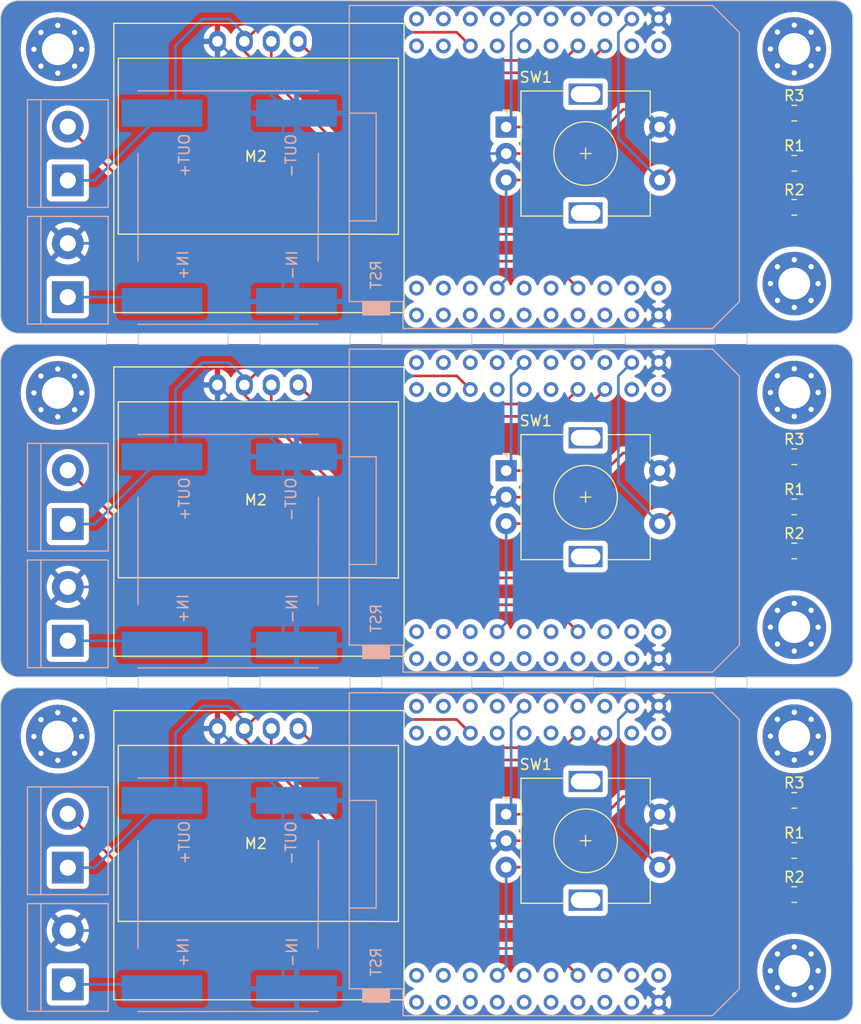
<source format=kicad_pcb>
(kicad_pcb (version 20221018) (generator pcbnew)
  (layers (0 "F.Cu" signal) (31 "B.Cu" signal) (34 "B.Paste" user) (35 "F.Paste" user) (36 "B.SilkS" user "B.Silkscreen") (37 "F.SilkS" user "F.Silkscreen") (38 "B.Mask" user) (39 "F.Mask" user) (44 "Edge.Cuts" user))
  (net 0 "")
  (footprint "Rotary_Encoder:RotaryEncoder_Alps_EC11E-Switch_Vertical_H20mm" (layer "F.Cu") (at 154.825849 91.16)
    (fp_text reference "SW1")
    (fp_text value "RotaryEncoder_Switch" hide)
  )
  (footprint "Library:SSD1306-128x64OLED" (layer "F.Cu") (at 131.191487 93.671633)
    (fp_text reference "M2")
    (fp_text value "~" hide)
  )
  (footprint "Resistor_SMD:R_0805_2012Metric_Pad1.20x1.40mm_HandSolder" (layer "F.Cu") (at 182.025849 98.74)
    (fp_text reference "R2")
    (fp_text value "R")
  )
  (footprint "MountingHole:MountingHole_3mm_Pad_Via" (layer "F.Cu") (at 182.025849 116.218166)
    (fp_text reference "H2" hide)
    (fp_text value "MountingHole_3mm_Pad_Via" hide)
  )
  (footprint "Resistor_SMD:R_0805_2012Metric_Pad1.20x1.40mm_HandSolder" (layer "F.Cu") (at 182.025849 62.152058)
    (fp_text reference "R1")
    (fp_text value "R" hide)
  )
  (footprint "MountingHole:MountingHole_3mm_Pad_Via" (layer "F.Cu") (at 112.496839 116.249156)
    (fp_text reference "H1" hide)
    (fp_text value "MountingHole_3mm_Pad_Via" hide)
  )
  (footprint "Rotary_Encoder:RotaryEncoder_Alps_EC11E-Switch_Vertical_H20mm" (layer "F.Cu") (at 154.825849 123.588166)
    (fp_text reference "SW1")
    (fp_text value "RotaryEncoder_Switch" hide)
  )
  (footprint "MountingHole:MountingHole_3mm_Pad_Via" (layer "F.Cu") (at 182.025849 51.361834)
    (fp_text reference "H2" hide)
    (fp_text value "MountingHole_3mm_Pad_Via" hide)
  )
  (footprint "MountingHole:MountingHole_3mm_Pad_Via" (layer "F.Cu") (at 182.025849 105.934164)
    (fp_text reference "H3" hide)
    (fp_text value "MountingHole_3mm_Pad_Via" hide)
  )
  (footprint "Resistor_SMD:R_0805_2012Metric_Pad1.20x1.40mm_HandSolder" (layer "F.Cu") (at 182.025849 127.00839)
    (fp_text reference "R1")
    (fp_text value "R" hide)
  )
  (footprint "Resistor_SMD:R_0805_2012Metric_Pad1.20x1.40mm_HandSolder" (layer "F.Cu") (at 182.025849 131.168166)
    (fp_text reference "R2")
    (fp_text value "R")
  )
  (footprint "Resistor_SMD:R_0805_2012Metric_Pad1.20x1.40mm_HandSolder" (layer "F.Cu") (at 182.025849 66.311834)
    (fp_text reference "R2")
    (fp_text value "R")
  )
  (footprint "MountingHole:MountingHole_3mm_Pad_Via" (layer "F.Cu") (at 182.025849 73.505998)
    (fp_text reference "H3" hide)
    (fp_text value "MountingHole_3mm_Pad_Via" hide)
  )
  (footprint "Resistor_SMD:R_0805_2012Metric_Pad1.20x1.40mm_HandSolder" (layer "F.Cu") (at 182.025849 57.421834)
    (fp_text reference "R3")
    (fp_text value "R" hide)
  )
  (footprint "Library:SSD1306-128x64OLED" (layer "F.Cu") (at 131.191487 61.243467)
    (fp_text reference "M2")
    (fp_text value "~" hide)
  )
  (footprint "Rotary_Encoder:RotaryEncoder_Alps_EC11E-Switch_Vertical_H20mm" (layer "F.Cu") (at 154.825849 58.731834)
    (fp_text reference "SW1")
    (fp_text value "RotaryEncoder_Switch" hide)
  )
  (footprint "Resistor_SMD:R_0805_2012Metric_Pad1.20x1.40mm_HandSolder" (layer "F.Cu") (at 182.025849 94.580224)
    (fp_text reference "R1")
    (fp_text value "R" hide)
  )
  (footprint "Library:SSD1306-128x64OLED" (layer "F.Cu") (at 131.191487 126.099799)
    (fp_text reference "M2")
    (fp_text value "~" hide)
  )
  (footprint "MountingHole:MountingHole_3mm_Pad_Via" (layer "F.Cu") (at 182.025849 138.36233)
    (fp_text reference "H3" hide)
    (fp_text value "MountingHole_3mm_Pad_Via" hide)
  )
  (footprint "Resistor_SMD:R_0805_2012Metric_Pad1.20x1.40mm_HandSolder" (layer "F.Cu") (at 182.025849 89.85)
    (fp_text reference "R3")
    (fp_text value "R" hide)
  )
  (footprint "Resistor_SMD:R_0805_2012Metric_Pad1.20x1.40mm_HandSolder" (layer "F.Cu") (at 182.025849 122.278166)
    (fp_text reference "R3")
    (fp_text value "R" hide)
  )
  (footprint "MountingHole:MountingHole_3mm_Pad_Via" (layer "F.Cu") (at 182.025849 83.79)
    (fp_text reference "H2" hide)
    (fp_text value "MountingHole_3mm_Pad_Via" hide)
  )
  (footprint "MountingHole:MountingHole_3mm_Pad_Via" (layer "F.Cu") (at 112.496839 83.82099)
    (fp_text reference "H1" hide)
    (fp_text value "MountingHole_3mm_Pad_Via" hide)
  )
  (footprint "MountingHole:MountingHole_3mm_Pad_Via" (layer "F.Cu") (at 112.496839 51.392824)
    (fp_text reference "H1" hide)
    (fp_text value "MountingHole_3mm_Pad_Via" hide)
  )
  (footprint "TerminalBlock:TerminalBlock_bornier-2_P5.08mm" (layer "B.Cu") (at 113.445849 128.628166 90)
    (fp_text reference "J1" hide)
    (fp_text value "Screw_Terminal_01x02" hide)
  )
  (footprint "TerminalBlock:TerminalBlock_bornier-2_P5.08mm" (layer "B.Cu") (at 113.445849 63.771834 90)
    (fp_text reference "J1" hide)
    (fp_text value "Screw_Terminal_01x02" hide)
  )
  (footprint "Library:esp32-wemos-d1-mini" (layer "B.Cu") (at 157.793447 62.501834 90)
    (fp_text reference "U1" hide)
    (fp_text value "mini_esp32" hide)
  )
  (footprint "Library:MP1584_Module_Nopad" (layer "B.Cu") (at 128.685849 131.168166 -90)
    (fp_text reference "M1" hide)
    (fp_text value "MP1584-Module" hide)
  )
  (footprint "TerminalBlock:TerminalBlock_bornier-2_P5.08mm" (layer "B.Cu") (at 113.445849 74.784568 90)
    (fp_text reference "J6" hide)
    (fp_text value "Screw_Terminal_01x02" hide)
  )
  (footprint "Library:esp32-wemos-d1-mini" (layer "B.Cu") (at 157.793447 94.93 90)
    (fp_text reference "U1" hide)
    (fp_text value "mini_esp32" hide)
  )
  (footprint "Library:MP1584_Module_Nopad" (layer "B.Cu") (at 128.685849 98.74 -90)
    (fp_text reference "M1" hide)
    (fp_text value "MP1584-Module" hide)
  )
  (footprint "TerminalBlock:TerminalBlock_bornier-2_P5.08mm" (layer "B.Cu") (at 113.445849 139.6409 90)
    (fp_text reference "J6" hide)
    (fp_text value "Screw_Terminal_01x02" hide)
  )
  (footprint "TerminalBlock:TerminalBlock_bornier-2_P5.08mm" (layer "B.Cu") (at 113.445849 96.2 90)
    (fp_text reference "J1" hide)
    (fp_text value "Screw_Terminal_01x02" hide)
  )
  (footprint "TerminalBlock:TerminalBlock_bornier-2_P5.08mm" (layer "B.Cu") (at 113.445849 107.212734 90)
    (fp_text reference "J6" hide)
    (fp_text value "Screw_Terminal_01x02" hide)
  )
  (footprint "Library:MP1584_Module_Nopad" (layer "B.Cu") (at 128.685849 66.311834 -90)
    (fp_text reference "M1" hide)
    (fp_text value "MP1584-Module" hide)
  )
  (footprint "Library:esp32-wemos-d1-mini" (layer "B.Cu") (at 157.793447 127.358166 90)
    (fp_text reference "U1" hide)
    (fp_text value "mini_esp32" hide)
  )
  (gr_line (start 107.347536 80.043233) (end 107.303864 80.119118) (stroke (width 0.1)) (layer "Edge.Cuts"))
  (gr_line (start 185.908076 46.79992) (end 185.82053 46.798726) (stroke (width 0.1)) (layer "Edge.Cuts"))
  (gr_line (start 151.580481 79.224146) (end 143.084323 79.223465) (stroke (width 0.1)) (layer "Edge.Cuts"))
  (gr_line (start 186.73729 79.478566) (end 186.661406 79.434894) (stroke (width 0.1)) (layer "Edge.Cuts"))
  (gr_line (start 186.45709 142.968249) (end 186.538155 142.93517) (stroke (width 0.1)) (layer "Edge.Cuts"))
  (gr_line (start 177.572797 79.226231) (end 177.572797 78.720714) (stroke (width 0.1)) (layer "Edge.Cuts"))
  (gr_line (start 187.567762 108.997191) (end 187.568956 108.909646) (stroke (width 0.1)) (layer "Edge.Cuts"))
  (gr_line (start 108.66568 143.058397) (end 108.753052 143.064042) (stroke (width 0.1)) (layer "Edge.Cuts"))
  (gr_line (start 108.66568 78.202065) (end 108.753052 78.20771) (stroke (width 0.1)) (layer "Edge.Cuts"))
  (gr_line (start 186.950276 79.631889) (end 186.881912 79.577191) (stroke (width 0.1)) (layer "Edge.Cuts"))
  (gr_line (start 187.568956 76.48148) (end 187.559736 48.422501) (stroke (width 0.1)) (layer "Edge.Cuts"))
  (gr_line (start 117.092007 78.720714) (end 117.092007 79.22138) (stroke (width 0.1)) (layer "Edge.Cuts"))
  (gr_line (start 186.338693 46.872157) (end 186.254264 46.848979) (stroke (width 0.1)) (layer "Edge.Cuts"))
  (gr_line (start 107.467711 142.408939) (end 107.523619 142.47632) (stroke (width 0.1)) (layer "Edge.Cuts"))
  (gr_line (start 140.084323 111.14888) (end 140.084323 111.65139) (stroke (width 0.1)) (layer "Edge.Cuts"))
  (gr_line (start 185.995447 111.661894) (end 185.908076 111.656252) (stroke (width 0.1)) (layer "Edge.Cuts"))
  (gr_line (start 107.280364 77.257384) (end 107.321506 77.334669) (stroke (width 0.1)) (layer "Edge.Cuts"))
  (gr_line (start 187.559736 48.422501) (end 187.552543 48.335243) (stroke (width 0.1)) (layer "Edge.Cuts"))
  (gr_line (start 187.015772 112.118158) (end 186.950276 112.060055) (stroke (width 0.1)) (layer "Edge.Cuts"))
  (gr_line (start 131.588165 111.14888) (end 131.588165 111.14888) (stroke (width 0.1)) (layer "Edge.Cuts"))
  (gr_line (start 108.126649 111.790783) (end 108.047372 111.827942) (stroke (width 0.1)) (layer "Edge.Cuts"))
  (gr_line (start 107.228365 47.848885) (end 107.196733 47.930525) (stroke (width 0.1)) (layer "Edge.Cuts"))
  (gr_line (start 107.108487 109.100562) (end 107.120115 109.187341) (stroke (width 0.1)) (layer "Edge.Cuts"))
  (gr_line (start 187.269803 142.32814) (end 187.317277 142.254574) (stroke (width 0.1)) (layer "Edge.Cuts"))
  (gr_line (start 187.015772 79.689992) (end 186.950276 79.631889) (stroke (width 0.1)) (layer "Edge.Cuts"))
  (gr_line (start 107.395009 112.397833) (end 107.347536 112.471399) (stroke (width 0.1)) (layer "Edge.Cuts"))
  (gr_line (start 154.580481 78.720714) (end 154.580481 78.215914) (stroke (width 0.1)) (layer "Edge.Cuts"))
  (gr_line (start 151.580481 111.652312) (end 143.084323 111.651631) (stroke (width 0.1)) (layer "Edge.Cuts"))
  (gr_line (start 108.374357 79.275937) (end 108.290353 79.300617) (stroke (width 0.1)) (layer "Edge.Cuts"))
  (gr_line (start 120.092007 78.720714) (end 120.092007 78.720714) (stroke (width 0.1)) (layer "Edge.Cuts"))
  (gr_line (start 107.752147 112.015286) (end 107.684767 112.071192) (stroke (width 0.1)) (layer "Edge.Cuts"))
  (gr_line (start 131.588165 79.222543) (end 131.588165 78.720714) (stroke (width 0.1)) (layer "Edge.Cuts"))
  (gr_line (start 187.294567 112.454198) (end 187.245795 112.381487) (stroke (width 0.1)) (layer "Edge.Cuts"))
  (gr_line (start 108.207713 79.329535) (end 108.126649 79.362617) (stroke (width 0.1)) (layer "Edge.Cuts"))
  (gr_line (start 107.415301 142.338804) (end 107.467711 142.408939) (stroke (width 0.1)) (layer "Edge.Cuts"))
  (gr_line (start 107.321506 109.762835) (end 107.366524 109.837929) (stroke (width 0.1)) (layer "Edge.Cuts"))
  (gr_line (start 185.995447 46.805562) (end 185.908076 46.79992) (stroke (width 0.1)) (layer "Edge.Cuts"))
  (gr_line (start 185.908076 79.228086) (end 185.82053 79.226892) (stroke (width 0.1)) (layer "Edge.Cuts"))
  (gr_line (start 186.950276 112.060055) (end 186.881912 112.005357) (stroke (width 0.1)) (layer "Edge.Cuts"))
  (gr_line (start 107.822283 47.106545) (end 107.752147 47.158954) (stroke (width 0.1)) (layer "Edge.Cuts"))
  (gr_line (start 187.479861 47.993234) (end 187.450949 47.910592) (stroke (width 0.1)) (layer "Edge.Cuts"))
  (gr_line (start 107.102689 48.356916) (end 107.097045 48.444288) (stroke (width 0.1)) (layer "Edge.Cuts"))
  (gr_line (start 187.245795 47.525155) (end 187.193389 47.455018) (stroke (width 0.1)) (layer "Edge.Cuts"))
  (gr_line (start 107.395009 79.969667) (end 107.347536 80.043233) (stroke (width 0.1)) (layer "Edge.Cuts"))
  (gr_line (start 186.842525 110.33492) (end 186.912661 110.282513) (stroke (width 0.1)) (layer "Edge.Cuts"))
  (gr_line (start 187.294567 80.026032) (end 187.245795 79.953321) (stroke (width 0.1)) (layer "Edge.Cuts"))
  (gr_line (start 186.881912 79.577191) (end 186.810855 79.526039) (stroke (width 0.1)) (layer "Edge.Cuts"))
  (gr_line (start 108.406861 143.014973) (end 108.492361 143.033831) (stroke (width 0.1)) (layer "Edge.Cuts"))
  (gr_line (start 187.218652 142.399197) (end 187.269803 142.32814) (stroke (width 0.1)) (layer "Edge.Cuts"))
  (gr_line (start 128.588165 111.14888) (end 128.588165 111.650468) (stroke (width 0.1)) (layer "Edge.Cuts"))
  (gr_line (start 107.127255 80.611763) (end 107.112768 80.69811) (stroke (width 0.1)) (layer "Edge.Cuts"))
  (gr_line (start 186.769815 77.955528) (end 186.842525 77.906754) (stroke (width 0.1)) (layer "Edge.Cuts"))
  (gr_line (start 140.084323 78.213693) (end 140.084323 78.720714) (stroke (width 0.1)) (layer "Edge.Cuts"))
  (gr_line (start 186.032441 143.069855) (end 186.119219 143.058233) (stroke (width 0.1)) (layer "Edge.Cuts"))
  (gr_line (start 108.239288 142.964352) (end 108.322431 142.991794) (stroke (width 0.1)) (layer "Edge.Cuts"))
  (gr_line (start 186.503475 79.359395) (end 186.421835 79.327764) (stroke (width 0.1)) (layer "Edge.Cuts"))
  (gr_line (start 186.694719 110.428708) (end 186.769815 110.383694) (stroke (width 0.1)) (layer "Edge.Cuts"))
  (gr_line (start 187.450949 112.766924) (end 187.417872 112.685859) (stroke (width 0.1)) (layer "Edge.Cuts"))
  (gr_line (start 107.228365 112.705217) (end 107.196733 112.786857) (stroke (width 0.1)) (layer "Edge.Cuts"))
  (gr_line (start 186.538155 78.078838) (end 186.617433 78.041681) (stroke (width 0.1)) (layer "Edge.Cuts"))
  (gr_line (start 143.084323 78.720714) (end 143.084323 78.214153) (stroke (width 0.1)) (layer "Edge.Cuts"))
  (gr_line (start 186.842525 142.763086) (end 186.912661 142.710679) (stroke (width 0.1)) (layer "Edge.Cuts"))
  (gr_line (start 108.239288 110.536186) (end 108.322431 110.563628) (stroke (width 0.1)) (layer "Edge.Cuts"))
  (gr_line (start 107.280364 109.68555) (end 107.321506 109.762835) (stroke (width 0.1)) (layer "Edge.Cuts"))
  (gr_line (start 107.347536 47.615067) (end 107.303864 47.690952) (stroke (width 0.1)) (layer "Edge.Cuts"))
  (gr_line (start 107.156519 141.786732) (end 107.1812 141.870735) (stroke (width 0.1)) (layer "Edge.Cuts"))
  (gr_line (start 107.970086 79.440918) (end 107.894992 79.485935) (stroke (width 0.1)) (layer "Edge.Cuts"))
  (gr_line (start 187.537555 109.257881) (end 187.552041 109.171534) (stroke (width 0.1)) (layer "Edge.Cuts"))
  (gr_line (start 187.269803 77.471808) (end 187.317277 77.398242) (stroke (width 0.1)) (layer "Edge.Cuts"))
  (gr_line (start 107.923829 142.813549) (end 107.999714 142.857221) (stroke (width 0.1)) (layer "Edge.Cuts"))
  (gr_line (start 187.269803 109.899974) (end 187.317277 109.826408) (stroke (width 0.1)) (layer "Edge.Cuts"))
  (gr_line (start 187.33958 112.529294) (end 187.294567 112.454198) (stroke (width 0.1)) (layer "Edge.Cuts"))
  (gr_line (start 187.559736 113.278833) (end 187.552543 113.191575) (stroke (width 0.1)) (layer "Edge.Cuts"))
  (gr_line (start 107.13614 76.84525) (end 107.156519 76.9304) (stroke (width 0.1)) (layer "Edge.Cuts"))
  (gr_line (start 108.077721 142.896979) (end 108.157648 142.93272) (stroke (width 0.1)) (layer "Edge.Cuts"))
  (gr_line (start 107.097045 113.30062) (end 107.095849 113.388166) (stroke (width 0.1)) (layer "Edge.Cuts"))
  (gr_line (start 187.218652 109.971031) (end 187.269803 109.899974) (stroke (width 0.1)) (layer "Edge.Cuts"))
  (gr_line (start 107.095849 113.388166) (end 107.101285 141.441471) (stroke (width 0.1)) (layer "Edge.Cuts"))
  (gr_line (start 187.568956 141.337812) (end 187.559736 113.278833) (stroke (width 0.1)) (layer "Edge.Cuts"))
  (gr_line (start 186.168765 79.258289) (end 186.082418 79.243804) (stroke (width 0.1)) (layer "Edge.Cuts"))
  (gr_line (start 185.945183 110.648886) (end 186.032441 110.641689) (stroke (width 0.1)) (layer "Edge.Cuts"))
  (gr_line (start 186.421835 111.75593) (end 186.338693 111.728489) (stroke (width 0.1)) (layer "Edge.Cuts"))
  (gr_line (start 107.645339 142.602127) (end 107.710837 142.660229) (stroke (width 0.1)) (layer "Edge.Cuts"))
  (gr_line (start 107.1812 109.442569) (end 107.21012 109.52521) (stroke (width 0.1)) (layer "Edge.Cuts"))
  (gr_line (start 107.120115 109.187341) (end 107.13614 109.273416) (stroke (width 0.1)) (layer "Edge.Cuts"))
  (gr_line (start 108.459506 46.827393) (end 108.374357 46.847771) (stroke (width 0.1)) (layer "Edge.Cuts"))
  (gr_line (start 187.450949 47.910592) (end 187.417872 47.829527) (stroke (width 0.1)) (layer "Edge.Cuts"))
  (gr_line (start 187.559736 80.850667) (end 187.552543 80.763409) (stroke (width 0.1)) (layer "Edge.Cuts"))
  (gr_line (start 187.163954 77.61123) (end 187.218652 77.542865) (stroke (width 0.1)) (layer "Edge.Cuts"))
  (gr_line (start 108.492361 78.177499) (end 108.578708 78.191986) (stroke (width 0.1)) (layer "Edge.Cuts"))
  (gr_line (start 186.254264 79.277145) (end 186.168765 79.258289) (stroke (width 0.1)) (layer "Edge.Cuts"))
  (gr_line (start 107.280364 142.113716) (end 107.321506 142.191001) (stroke (width 0.1)) (layer "Edge.Cuts"))
  (gr_line (start 187.218652 77.542865) (end 187.269803 77.471808) (stroke (width 0.1)) (layer "Edge.Cuts"))
  (gr_line (start 163.076639 79.225068) (end 154.580481 79.224387) (stroke (width 0.1)) (layer "Edge.Cuts"))
  (gr_line (start 108.63236 46.799743) (end 108.545582 46.81137) (stroke (width 0.1)) (layer "Edge.Cuts"))
  (gr_line (start 185.945183 143.077052) (end 186.032441 143.069855) (stroke (width 0.1)) (layer "Edge.Cuts"))
  (gr_line (start 187.504535 48.077238) (end 187.479861 47.993234) (stroke (width 0.1)) (layer "Edge.Cuts"))
  (gr_line (start 107.156519 109.358566) (end 107.1812 109.442569) (stroke (width 0.1)) (layer "Edge.Cuts"))
  (gr_line (start 108.63236 79.227909) (end 108.545582 79.239536) (stroke (width 0.1)) (layer "Edge.Cuts"))
  (gr_line (start 107.097045 80.872454) (end 107.095849 80.96) (stroke (width 0.1)) (layer "Edge.Cuts"))
  (gr_line (start 186.338693 79.300323) (end 186.254264 79.277145) (stroke (width 0.1)) (layer "Edge.Cuts"))
  (gr_line (start 107.558959 112.192911) (end 107.500857 112.258408) (stroke (width 0.1)) (layer "Edge.Cuts"))
  (gr_line (start 187.078229 112.179515) (end 187.015772 112.118158) (stroke (width 0.1)) (layer "Edge.Cuts"))
  (gr_line (start 107.850262 77.909744) (end 107.923829 77.957217) (stroke (width 0.1)) (layer "Edge.Cuts"))
  (gr_line (start 166.076639 78.217676) (end 174.572797 78.218977) (stroke (width 0.1)) (layer "Edge.Cuts"))
  (gr_line (start 107.44616 112.326774) (end 107.395009 112.397833) (stroke (width 0.1)) (layer "Edge.Cuts"))
  (gr_line (start 120.092007 79.221621) (end 120.092007 78.720714) (stroke (width 0.1)) (layer "Edge.Cuts"))
  (gr_line (start 107.44616 79.898608) (end 107.395009 79.969667) (stroke (width 0.1)) (layer "Edge.Cuts"))
  (gr_line (start 108.157648 110.504554) (end 108.239288 110.536186) (stroke (width 0.1)) (layer "Edge.Cuts"))
  (gr_line (start 108.719618 111.648875) (end 108.63236 111.656075) (stroke (width 0.1)) (layer "Edge.Cuts"))
  (gr_line (start 107.169292 112.87) (end 107.146113 112.95443) (stroke (width 0.1)) (layer "Edge.Cuts"))
  (gr_line (start 186.912661 142.710679) (end 186.980043 142.654774) (stroke (width 0.1)) (layer "Edge.Cuts"))
  (gr_line (start 166.076639 111.653475) (end 166.076639 111.14888) (stroke (width 0.1)) (layer "Edge.Cuts"))
  (gr_line (start 186.73729 111.906732) (end 186.661406 111.86306) (stroke (width 0.1)) (layer "Edge.Cuts"))
  (gr_line (start 186.810855 111.954205) (end 186.73729 111.906732) (stroke (width 0.1)) (layer "Edge.Cuts"))
  (gr_line (start 186.421835 79.327764) (end 186.338693 79.300323) (stroke (width 0.1)) (layer "Edge.Cuts"))
  (gr_line (start 128.588165 110.640098) (end 128.588165 111.14888) (stroke (width 0.1)) (layer "Edge.Cuts"))
  (gr_line (start 187.245795 112.381487) (end 187.193389 112.31135) (stroke (width 0.1)) (layer "Edge.Cuts"))
  (gr_line (start 186.205295 110.614048) (end 186.290445 110.593674) (stroke (width 0.1)) (layer "Edge.Cuts"))
  (gr_line (start 186.912661 110.282513) (end 186.980043 110.226608) (stroke (width 0.1)) (layer "Edge.Cuts"))
  (gr_line (start 186.254264 46.848979) (end 186.168765 46.830123) (stroke (width 0.1)) (layer "Edge.Cuts"))
  (gr_line (start 186.881912 112.005357) (end 186.810855 111.954205) (stroke (width 0.1)) (layer "Edge.Cuts"))
  (gr_line (start 187.552543 113.191575) (end 187.540923 113.104797) (stroke (width 0.1)) (layer "Edge.Cuts"))
  (gr_line (start 107.523619 77.619988) (end 107.582879 77.684439) (stroke (width 0.1)) (layer "Edge.Cuts"))
  (gr_line (start 185.908076 111.656252) (end 185.82053 111.655058) (stroke (width 0.1)) (layer "Edge.Cuts"))
  (gr_line (start 185.945183 78.22072) (end 186.032441 78.213523) (stroke (width 0.1)) (layer "Edge.Cuts"))
  (gr_line (start 187.537555 141.686047) (end 187.552041 141.5997) (stroke (width 0.1)) (layer "Edge.Cuts"))
  (gr_line (start 107.582879 77.684439) (end 107.645339 77.745795) (stroke (width 0.1)) (layer "Edge.Cuts"))
  (gr_line (start 107.999714 78.000889) (end 108.077721 78.040647) (stroke (width 0.1)) (layer "Edge.Cuts"))
  (gr_line (start 143.084323 78.214153) (end 151.580481 78.215455) (stroke (width 0.1)) (layer "Edge.Cuts"))
  (gr_line (start 187.567762 76.569025) (end 187.568956 76.48148) (stroke (width 0.1)) (layer "Edge.Cuts"))
  (gr_line (start 107.752147 79.58712) (end 107.684767 79.643026) (stroke (width 0.1)) (layer "Edge.Cuts"))
  (gr_line (start 186.421835 46.899598) (end 186.338693 46.872157) (stroke (width 0.1)) (layer "Edge.Cuts"))
  (gr_line (start 107.850262 110.33791) (end 107.923829 110.385383) (stroke (width 0.1)) (layer "Edge.Cuts"))
  (gr_line (start 108.840599 110.637073) (end 117.092007 110.638337) (stroke (width 0.1)) (layer "Edge.Cuts"))
  (gr_line (start 108.492361 110.605665) (end 108.578708 110.620152) (stroke (width 0.1)) (layer "Edge.Cuts"))
  (gr_line (start 187.552041 76.743368) (end 187.562118 76.656396) (stroke (width 0.1)) (layer "Edge.Cuts"))
  (gr_line (start 163.076639 78.720714) (end 163.076639 79.225068) (stroke (width 0.1)) (layer "Edge.Cuts"))
  (gr_line (start 107.101285 109.013305) (end 107.108487 109.100562) (stroke (width 0.1)) (layer "Edge.Cuts"))
  (gr_line (start 107.196733 80.358691) (end 107.169292 80.441834) (stroke (width 0.1)) (layer "Edge.Cuts"))
  (gr_line (start 187.33958 80.101128) (end 187.294567 80.026032) (stroke (width 0.1)) (layer "Edge.Cuts"))
  (gr_line (start 151.580481 78.720714) (end 151.580481 79.224146) (stroke (width 0.1)) (layer "Edge.Cuts"))
  (gr_line (start 187.49552 76.999644) (end 187.518699 76.915214) (stroke (width 0.1)) (layer "Edge.Cuts"))
  (gr_line (start 143.084323 111.651631) (end 143.084323 111.14888) (stroke (width 0.1)) (layer "Edge.Cuts"))
  (gr_line (start 107.146113 112.95443) (end 107.127255 113.039929) (stroke (width 0.1)) (layer "Edge.Cuts"))
  (gr_line (start 117.092007 79.22138) (end 108.719618 79.220709) (stroke (width 0.1)) (layer "Edge.Cuts"))
  (gr_line (start 151.580481 78.215455) (end 151.580481 78.720714) (stroke (width 0.1)) (layer "Edge.Cuts"))
  (gr_line (start 186.119219 143.058233) (end 186.205295 143.042214) (stroke (width 0.1)) (layer "Edge.Cuts"))
  (gr_line (start 107.923829 110.385383) (end 107.999714 110.429055) (stroke (width 0.1)) (layer "Edge.Cuts"))
  (gr_line (start 107.850262 142.766076) (end 107.923829 142.813549) (stroke (width 0.1)) (layer "Edge.Cuts"))
  (gr_line (start 187.360949 109.750524) (end 187.400707 109.672518) (stroke (width 0.1)) (layer "Edge.Cuts"))
  (gr_line (start 108.374357 111.704103) (end 108.290353 111.728783) (stroke (width 0.1)) (layer "Edge.Cuts"))
  (gr_line (start 187.537555 76.829715) (end 187.552041 76.743368) (stroke (width 0.1)) (layer "Edge.Cuts"))
  (gr_line (start 186.769815 110.383694) (end 186.842525 110.33492) (stroke (width 0.1)) (layer "Edge.Cuts"))
  (gr_line (start 108.578708 143.048318) (end 108.66568 143.058397) (stroke (width 0.1)) (layer "Edge.Cuts"))
  (gr_line (start 107.112768 80.69811) (end 107.102689 80.785082) (stroke (width 0.1)) (layer "Edge.Cuts"))
  (gr_line (start 107.196733 112.786857) (end 107.169292 112.87) (stroke (width 0.1)) (layer "Edge.Cuts"))
  (gr_line (start 186.374449 142.997163) (end 186.45709 142.968249) (stroke (width 0.1)) (layer "Edge.Cuts"))
  (gr_line (start 107.102689 80.785082) (end 107.097045 80.872454) (stroke (width 0.1)) (layer "Edge.Cuts"))
  (gr_line (start 128.588165 111.650468) (end 120.092007 111.649787) (stroke (width 0.1)) (layer "Edge.Cuts"))
  (gr_line (start 187.245795 79.953321) (end 187.193389 79.883184) (stroke (width 0.1)) (layer "Edge.Cuts"))
  (gr_line (start 186.661406 79.434894) (end 186.583401 79.395136) (stroke (width 0.1)) (layer "Edge.Cuts"))
  (gr_line (start 108.578708 78.191986) (end 108.66568 78.202065) (stroke (width 0.1)) (layer "Edge.Cuts"))
  (gr_line (start 186.583401 46.96697) (end 186.503475 46.931229) (stroke (width 0.1)) (layer "Edge.Cuts"))
  (gr_line (start 186.290445 78.165508) (end 186.374449 78.140831) (stroke (width 0.1)) (layer "Edge.Cuts"))
  (gr_line (start 107.21012 109.52521) (end 107.243203 109.606273) (stroke (width 0.1)) (layer "Edge.Cuts"))
  (gr_line (start 187.317277 77.398242) (end 187.360949 77.322358) (stroke (width 0.1)) (layer "Edge.Cuts"))
  (gr_line (start 108.374357 46.847771) (end 108.290353 46.872451) (stroke (width 0.1)) (layer "Edge.Cuts"))
  (gr_line (start 187.044495 77.739184) (end 187.105852 77.676726) (stroke (width 0.1)) (layer "Edge.Cuts"))
  (gr_line (start 154.580481 79.224387) (end 154.580481 78.720714) (stroke (width 0.1)) (layer "Edge.Cuts"))
  (gr_line (start 185.82053 79.226892) (end 177.572797 79.226231) (stroke (width 0.1)) (layer "Edge.Cuts"))
  (gr_line (start 107.13614 109.273416) (end 107.156519 109.358566) (stroke (width 0.1)) (layer "Edge.Cuts"))
  (gr_line (start 107.112768 113.126276) (end 107.102689 113.213248) (stroke (width 0.1)) (layer "Edge.Cuts"))
  (gr_line (start 107.264106 80.197124) (end 107.228365 80.277051) (stroke (width 0.1)) (layer "Edge.Cuts"))
  (gr_line (start 107.1812 141.870735) (end 107.21012 141.953376) (stroke (width 0.1)) (layer "Edge.Cuts"))
  (gr_line (start 187.524907 48.162389) (end 187.504535 48.077238) (stroke (width 0.1)) (layer "Edge.Cuts"))
  (gr_line (start 120.092007 111.649787) (end 120.092007 111.14888) (stroke (width 0.1)) (layer "Edge.Cuts"))
  (gr_line (start 187.524907 80.590555) (end 187.504535 80.505404) (stroke (width 0.1)) (layer "Edge.Cuts"))
  (gr_line (start 186.694719 78.000542) (end 186.769815 77.955528) (stroke (width 0.1)) (layer "Edge.Cuts"))
  (gr_line (start 163.076639 78.217216) (end 163.076639 78.217216) (stroke (width 0.1)) (layer "Edge.Cuts"))
  (gr_line (start 107.196733 47.930525) (end 107.169292 48.013668) (stroke (width 0.1)) (layer "Edge.Cuts"))
  (gr_line (start 166.076639 111.14888) (end 166.076639 111.14888) (stroke (width 0.1)) (layer "Edge.Cuts"))
  (gr_line (start 107.710837 110.232063) (end 107.779203 110.28676) (stroke (width 0.1)) (layer "Edge.Cuts"))
  (gr_line (start 187.552041 109.171534) (end 187.562118 109.084562) (stroke (width 0.1)) (layer "Edge.Cuts"))
  (gr_line (start 187.568956 108.909646) (end 187.559736 80.850667) (stroke (width 0.1)) (layer "Edge.Cuts"))
  (gr_line (start 107.620315 112.130452) (end 107.558959 112.192911) (stroke (width 0.1)) (layer "Edge.Cuts"))
  (gr_line (start 120.092007 78.21063) (end 128.588165 78.211932) (stroke (width 0.1)) (layer "Edge.Cuts"))
  (gr_line (start 107.303864 47.690952) (end 107.264106 47.768958) (stroke (width 0.1)) (layer "Edge.Cuts"))
  (gr_line (start 143.084323 111.14888) (end 143.084323 111.14888) (stroke (width 0.1)) (layer "Edge.Cuts"))
  (gr_line (start 187.468079 77.082786) (end 187.49552 76.999644) (stroke (width 0.1)) (layer "Edge.Cuts"))
  (gr_line (start 187.562118 76.656396) (end 187.567762 76.569025) (stroke (width 0.1)) (layer "Edge.Cuts"))
  (gr_line (start 186.503475 111.787561) (end 186.421835 111.75593) (stroke (width 0.1)) (layer "Edge.Cuts"))
  (gr_line (start 186.980043 142.654774) (end 187.044495 142.595516) (stroke (width 0.1)) (layer "Edge.Cuts"))
  (gr_line (start 108.753052 78.20771) (end 108.840599 78.208907) (stroke (width 0.1)) (layer "Edge.Cuts"))
  (gr_line (start 187.193389 47.455018) (end 187.137485 47.387636) (stroke (width 0.1)) (layer "Edge.Cuts"))
  (gr_line (start 186.842525 77.906754) (end 186.912661 77.854347) (stroke (width 0.1)) (layer "Edge.Cuts"))
  (gr_line (start 187.360949 142.17869) (end 187.400707 142.100684) (stroke (width 0.1)) (layer "Edge.Cuts"))
  (gr_line (start 108.322431 110.563628) (end 108.406861 110.586807) (stroke (width 0.1)) (layer "Edge.Cuts"))
  (gr_line (start 107.347536 112.471399) (end 107.303864 112.547284) (stroke (width 0.1)) (layer "Edge.Cuts"))
  (gr_line (start 187.015772 47.261826) (end 186.950276 47.203723) (stroke (width 0.1)) (layer "Edge.Cuts"))
  (gr_line (start 154.580481 78.215914) (end 163.076639 78.217216) (stroke (width 0.1)) (layer "Edge.Cuts"))
  (gr_line (start 107.500857 79.830242) (end 107.44616 79.898608) (stroke (width 0.1)) (layer "Edge.Cuts"))
  (gr_line (start 187.360949 77.322358) (end 187.400707 77.244352) (stroke (width 0.1)) (layer "Edge.Cuts"))
  (gr_line (start 187.044495 142.595516) (end 187.105852 142.533058) (stroke (width 0.1)) (layer "Edge.Cuts"))
  (gr_line (start 107.127255 113.039929) (end 107.112768 113.126276) (stroke (width 0.1)) (layer "Edge.Cuts"))
  (gr_line (start 177.572797 111.14888) (end 177.572797 110.647603) (stroke (width 0.1)) (layer "Edge.Cuts"))
  (gr_line (start 107.523619 110.048154) (end 107.582879 110.112605) (stroke (width 0.1)) (layer "Edge.Cuts"))
  (gr_line (start 107.21012 141.953376) (end 107.243203 142.034439) (stroke (width 0.1)) (layer "Edge.Cuts"))
  (gr_line (start 177.572797 110.647603) (end 185.945183 110.648886) (stroke (width 0.1)) (layer "Edge.Cuts"))
  (gr_line (start 186.617433 142.898013) (end 186.694719 142.856874) (stroke (width 0.1)) (layer "Edge.Cuts"))
  (gr_line (start 117.092007 111.649546) (end 108.719618 111.648875) (stroke (width 0.1)) (layer "Edge.Cuts"))
  (gr_line (start 140.084323 110.641859) (end 140.084323 111.14888) (stroke (width 0.1)) (layer "Edge.Cuts"))
  (gr_line (start 186.661406 47.006728) (end 186.583401 46.96697) (stroke (width 0.1)) (layer "Edge.Cuts"))
  (gr_line (start 131.588165 78.720714) (end 131.588165 78.212392) (stroke (width 0.1)) (layer "Edge.Cuts"))
  (gr_line (start 107.684767 79.643026) (end 107.620315 79.702286) (stroke (width 0.1)) (layer "Edge.Cuts"))
  (gr_line (start 107.558959 47.336579) (end 107.500857 47.402076) (stroke (width 0.1)) (layer "Edge.Cuts"))
  (gr_line (start 187.540923 113.104797) (end 187.524907 113.018721) (stroke (width 0.1)) (layer "Edge.Cuts"))
  (gr_line (start 107.710837 77.803897) (end 107.779203 77.858594) (stroke (width 0.1)) (layer "Edge.Cuts"))
  (gr_line (start 163.076639 110.645382) (end 163.076639 111.14888) (stroke (width 0.1)) (layer "Edge.Cuts"))
  (gr_line (start 143.084323 110.642319) (end 151.580481 110.643621) (stroke (width 0.1)) (layer "Edge.Cuts"))
  (gr_line (start 186.45709 110.540083) (end 186.538155 110.507004) (stroke (width 0.1)) (layer "Edge.Cuts"))
  (gr_line (start 107.108487 141.528728) (end 107.120115 141.615507) (stroke (width 0.1)) (layer "Edge.Cuts"))
  (gr_line (start 108.840599 78.208907) (end 117.092007 78.210171) (stroke (width 0.1)) (layer "Edge.Cuts"))
  (gr_line (start 166.076639 110.645842) (end 174.572797 110.647143) (stroke (width 0.1)) (layer "Edge.Cuts"))
  (gr_line (start 107.095849 80.96) (end 107.101285 109.013305) (stroke (width 0.1)) (layer "Edge.Cuts"))
  (gr_line (start 108.406861 110.586807) (end 108.492361 110.605665) (stroke (width 0.1)) (layer "Edge.Cuts"))
  (gr_line (start 174.572797 78.218977) (end 174.572797 78.218977) (stroke (width 0.1)) (layer "Edge.Cuts"))
  (gr_line (start 107.13614 141.701582) (end 107.156519 141.786732) (stroke (width 0.1)) (layer "Edge.Cuts"))
  (gr_line (start 186.168765 111.686455) (end 186.082418 111.67197) (stroke (width 0.1)) (layer "Edge.Cuts"))
  (gr_line (start 143.084323 78.720714) (end 143.084323 78.720714) (stroke (width 0.1)) (layer "Edge.Cuts"))
  (gr_line (start 186.617433 78.041681) (end 186.694719 78.000542) (stroke (width 0.1)) (layer "Edge.Cuts"))
  (gr_line (start 186.032441 78.213523) (end 186.119219 78.201901) (stroke (width 0.1)) (layer "Edge.Cuts"))
  (gr_line (start 107.146113 80.526264) (end 107.127255 80.611763) (stroke (width 0.1)) (layer "Edge.Cuts"))
  (gr_line (start 107.108487 76.672396) (end 107.120115 76.759175) (stroke (width 0.1)) (layer "Edge.Cuts"))
  (gr_line (start 107.303864 80.119118) (end 107.264106 80.197124) (stroke (width 0.1)) (layer "Edge.Cuts"))
  (gr_line (start 107.095849 48.531834) (end 107.101285 76.585139) (stroke (width 0.1)) (layer "Edge.Cuts"))
  (gr_line (start 163.076639 111.14888) (end 163.076639 111.653234) (stroke (width 0.1)) (layer "Edge.Cuts"))
  (gr_line (start 166.076639 111.14888) (end 166.076639 110.645842) (stroke (width 0.1)) (layer "Edge.Cuts"))
  (gr_line (start 187.417872 47.829527) (end 187.380717 47.750249) (stroke (width 0.1)) (layer "Edge.Cuts"))
  (gr_line (start 107.500857 112.258408) (end 107.44616 112.326774) (stroke (width 0.1)) (layer "Edge.Cuts"))
  (gr_line (start 108.239288 78.10802) (end 108.322431 78.135462) (stroke (width 0.1)) (layer "Edge.Cuts"))
  (gr_line (start 107.120115 76.759175) (end 107.13614 76.84525) (stroke (width 0.1)) (layer "Edge.Cuts"))
  (gr_line (start 166.076639 79.225309) (end 166.076639 78.720714) (stroke (width 0.1)) (layer "Edge.Cuts"))
  (gr_line (start 186.810855 47.097873) (end 186.73729 47.0504) (stroke (width 0.1)) (layer "Edge.Cuts"))
  (gr_line (start 187.552041 141.5997) (end 187.562118 141.512728) (stroke (width 0.1)) (layer "Edge.Cuts"))
  (gr_line (start 186.769815 142.81186) (end 186.842525 142.763086) (stroke (width 0.1)) (layer "Edge.Cuts"))
  (gr_line (start 107.243203 109.606273) (end 107.280364 109.68555) (stroke (width 0.1)) (layer "Edge.Cuts"))
  (gr_line (start 107.620315 47.27412) (end 107.558959 47.336579) (stroke (width 0.1)) (layer "Edge.Cuts"))
  (gr_line (start 186.374449 78.140831) (end 186.45709 78.111917) (stroke (width 0.1)) (layer "Edge.Cuts"))
  (gr_line (start 187.417872 80.257693) (end 187.380717 80.178415) (stroke (width 0.1)) (layer "Edge.Cuts"))
  (gr_line (start 187.137485 47.387636) (end 187.078229 47.323183) (stroke (width 0.1)) (layer "Edge.Cuts"))
  (gr_line (start 174.572797 78.720714) (end 174.572797 79.22599) (stroke (width 0.1)) (layer "Edge.Cuts"))
  (gr_line (start 187.468079 141.939118) (end 187.49552 141.855976) (stroke (width 0.1)) (layer "Edge.Cuts"))
  (gr_line (start 107.999714 110.429055) (end 108.077721 110.468813) (stroke (width 0.1)) (layer "Edge.Cuts"))
  (gr_line (start 151.580481 110.643621) (end 151.580481 111.14888) (stroke (width 0.1)) (layer "Edge.Cuts"))
  (gr_line (start 187.294567 47.597866) (end 187.245795 47.525155) (stroke (width 0.1)) (layer "Edge.Cuts"))
  (gr_line (start 108.157648 142.93272) (end 108.239288 142.964352) (stroke (width 0.1)) (layer "Edge.Cuts"))
  (gr_line (start 187.380717 112.606581) (end 187.33958 112.529294) (stroke (width 0.1)) (layer "Edge.Cuts"))
  (gr_line (start 154.580481 110.64408) (end 163.076639 110.645382) (stroke (width 0.1)) (layer "Edge.Cuts"))
  (gr_line (start 107.395009 47.541501) (end 107.347536 47.615067) (stroke (width 0.1)) (layer "Edge.Cuts"))
  (gr_line (start 108.66568 110.630231) (end 108.753052 110.635876) (stroke (width 0.1)) (layer "Edge.Cuts"))
  (gr_line (start 107.321506 142.191001) (end 107.366524 142.266095) (stroke (width 0.1)) (layer "Edge.Cuts"))
  (gr_line (start 154.580481 111.14888) (end 154.580481 111.14888) (stroke (width 0.1)) (layer "Edge.Cuts"))
  (gr_line (start 154.580481 111.14888) (end 154.580481 110.64408) (stroke (width 0.1)) (layer "Edge.Cuts"))
  (gr_line (start 187.504535 112.93357) (end 187.479861 112.849566) (stroke (width 0.1)) (layer "Edge.Cuts"))
  (gr_line (start 108.126649 79.362617) (end 108.047372 79.399776) (stroke (width 0.1)) (layer "Edge.Cuts"))
  (gr_line (start 128.588165 78.211932) (end 128.588165 78.720714) (stroke (width 0.1)) (layer "Edge.Cuts"))
  (gr_line (start 107.779203 77.858594) (end 107.850262 77.909744) (stroke (width 0.1)) (layer "Edge.Cuts"))
  (gr_line (start 174.572797 110.647143) (end 174.572797 111.14888) (stroke (width 0.1)) (layer "Edge.Cuts"))
  (gr_line (start 107.156519 76.9304) (end 107.1812 77.014403) (stroke (width 0.1)) (layer "Edge.Cuts"))
  (gr_line (start 187.49552 109.42781) (end 187.518699 109.34338) (stroke (width 0.1)) (layer "Edge.Cuts"))
  (gr_line (start 107.264106 47.768958) (end 107.228365 47.848885) (stroke (width 0.1)) (layer "Edge.Cuts"))
  (gr_line (start 128.588165 79.222302) (end 120.092007 79.221621) (stroke (width 0.1)) (layer "Edge.Cuts"))
  (gr_line (start 107.467711 77.552607) (end 107.523619 77.619988) (stroke (width 0.1)) (layer "Edge.Cuts"))
  (gr_line (start 187.078229 79.751349) (end 187.015772 79.689992) (stroke (width 0.1)) (layer "Edge.Cuts"))
  (gr_line (start 186.538155 110.507004) (end 186.617433 110.469847) (stroke (width 0.1)) (layer "Edge.Cuts"))
  (gr_line (start 187.540923 80.676631) (end 187.524907 80.590555) (stroke (width 0.1)) (layer "Edge.Cuts"))
  (gr_line (start 187.137485 79.815802) (end 187.078229 79.751349) (stroke (width 0.1)) (layer "Edge.Cuts"))
  (gr_line (start 120.092007 111.14888) (end 120.092007 110.638796) (stroke (width 0.1)) (layer "Edge.Cuts"))
  (gr_line (start 108.077721 78.040647) (end 108.157648 78.076388) (stroke (width 0.1)) (layer "Edge.Cuts"))
  (gr_line (start 187.163954 110.039396) (end 187.218652 109.971031) (stroke (width 0.1)) (layer "Edge.Cuts"))
  (gr_line (start 107.21012 77.097044) (end 107.243203 77.178107) (stroke (width 0.1)) (layer "Edge.Cuts"))
  (gr_line (start 108.63236 111.656075) (end 108.545582 111.667702) (stroke (width 0.1)) (layer "Edge.Cuts"))
  (gr_line (start 107.582879 110.112605) (end 107.645339 110.173961) (stroke (width 0.1)) (layer "Edge.Cuts"))
  (gr_line (start 131.588165 110.640558) (end 140.084323 110.641859) (stroke (width 0.1)) (layer "Edge.Cuts"))
  (gr_line (start 120.092007 78.720714) (end 120.092007 78.21063) (stroke (width 0.1)) (layer "Edge.Cuts"))
  (gr_line (start 107.822283 79.534711) (end 107.752147 79.58712) (stroke (width 0.1)) (layer "Edge.Cuts"))
  (gr_line (start 107.228365 80.277051) (end 107.196733 80.358691) (stroke (width 0.1)) (layer "Edge.Cuts"))
  (gr_line (start 107.894992 47.057769) (end 107.822283 47.106545) (stroke (width 0.1)) (layer "Edge.Cuts"))
  (gr_line (start 107.620315 79.702286) (end 107.558959 79.764745) (stroke (width 0.1)) (layer "Edge.Cuts"))
  (gr_line (start 187.417872 112.685859) (end 187.380717 112.606581) (stroke (width 0.1)) (layer "Edge.Cuts"))
  (gr_line (start 107.321506 77.334669) (end 107.366524 77.409763) (stroke (width 0.1)) (layer "Edge.Cuts"))
  (gr_line (start 186.290445 143.02184) (end 186.374449 142.997163) (stroke (width 0.1)) (layer "Edge.Cuts"))
  (gr_line (start 174.572797 111.654156) (end 166.076639 111.653475) (stroke (width 0.1)) (layer "Edge.Cuts"))
  (gr_line (start 107.146113 48.098098) (end 107.127255 48.183597) (stroke (width 0.1)) (layer "Edge.Cuts"))
  (gr_line (start 186.583401 79.395136) (end 186.503475 79.359395) (stroke (width 0.1)) (layer "Edge.Cuts"))
  (gr_line (start 107.582879 142.540771) (end 107.645339 142.602127) (stroke (width 0.1)) (layer "Edge.Cuts"))
  (gr_line (start 174.572797 78.218977) (end 174.572797 78.720714) (stroke (width 0.1)) (layer "Edge.Cuts"))
  (gr_line (start 108.290353 111.728783) (end 108.207713 111.757701) (stroke (width 0.1)) (layer "Edge.Cuts"))
  (gr_line (start 107.970086 47.012752) (end 107.894992 47.057769) (stroke (width 0.1)) (layer "Edge.Cuts"))
  (gr_line (start 186.980043 77.798442) (end 187.044495 77.739184) (stroke (width 0.1)) (layer "Edge.Cuts"))
  (gr_line (start 187.49552 141.855976) (end 187.518699 141.771546) (stroke (width 0.1)) (layer "Edge.Cuts"))
  (gr_line (start 187.518699 141.771546) (end 187.537555 141.686047) (stroke (width 0.1)) (layer "Edge.Cuts"))
  (gr_line (start 186.119219 78.201901) (end 186.205295 78.185882) (stroke (width 0.1)) (layer "Edge.Cuts"))
  (gr_line (start 186.980043 110.226608) (end 187.044495 110.16735) (stroke (width 0.1)) (layer "Edge.Cuts"))
  (gr_line (start 187.044495 110.16735) (end 187.105852 110.104892) (stroke (width 0.1)) (layer "Edge.Cuts"))
  (gr_line (start 108.047372 111.827942) (end 107.970086 111.869084) (stroke (width 0.1)) (layer "Edge.Cuts"))
  (gr_line (start 187.518699 109.34338) (end 187.537555 109.257881) (stroke (width 0.1)) (layer "Edge.Cuts"))
  (gr_line (start 187.078229 47.323183) (end 187.015772 47.261826) (stroke (width 0.1)) (layer "Edge.Cuts"))
  (gr_line (start 163.076639 111.653234) (end 154.580481 111.652553) (stroke (width 0.1)) (layer "Edge.Cuts"))
  (gr_line (start 154.580481 111.652553) (end 154.580481 111.14888) (stroke (width 0.1)) (layer "Edge.Cuts"))
  (gr_line (start 186.254264 111.705311) (end 186.168765 111.686455) (stroke (width 0.1)) (layer "Edge.Cuts"))
  (gr_line (start 140.084323 78.720714) (end 140.084323 79.223224) (stroke (width 0.1)) (layer "Edge.Cuts"))
  (gr_line (start 186.205295 143.042214) (end 186.290445 143.02184) (stroke (width 0.1)) (layer "Edge.Cuts"))
  (gr_line (start 187.400707 109.672518) (end 187.436448 109.592592) (stroke (width 0.1)) (layer "Edge.Cuts"))
  (gr_line (start 186.881912 47.149025) (end 186.810855 47.097873) (stroke (width 0.1)) (layer "Edge.Cuts"))
  (gr_line (start 107.366524 109.837929) (end 107.415301 109.910638) (stroke (width 0.1)) (layer "Edge.Cuts"))
  (gr_line (start 108.290353 46.872451) (end 108.207713 46.901369) (stroke (width 0.1)) (layer "Edge.Cuts"))
  (gr_line (start 186.73729 47.0504) (end 186.661406 47.006728) (stroke (width 0.1)) (layer "Edge.Cuts"))
  (gr_line (start 186.168765 46.830123) (end 186.082418 46.815638) (stroke (width 0.1)) (layer "Edge.Cuts"))
  (gr_line (start 107.127255 48.183597) (end 107.112768 48.269944) (stroke (width 0.1)) (layer "Edge.Cuts"))
  (gr_line (start 120.092007 111.14888) (end 120.092007 111.14888) (stroke (width 0.1)) (layer "Edge.Cuts"))
  (gr_line (start 187.468079 109.510952) (end 187.49552 109.42781) (stroke (width 0.1)) (layer "Edge.Cuts"))
  (gr_line (start 128.588165 78.720714) (end 128.588165 79.222302) (stroke (width 0.1)) (layer "Edge.Cuts"))
  (gr_line (start 108.545582 46.81137) (end 108.459506 46.827393) (stroke (width 0.1)) (layer "Edge.Cuts"))
  (gr_line (start 108.459506 111.683725) (end 108.374357 111.704103) (stroke (width 0.1)) (layer "Edge.Cuts"))
  (gr_line (start 107.1812 77.014403) (end 107.21012 77.097044) (stroke (width 0.1)) (layer "Edge.Cuts"))
  (gr_line (start 174.572797 111.14888) (end 174.572797 111.654156) (stroke (width 0.1)) (layer "Edge.Cuts"))
  (gr_line (start 140.084323 111.65139) (end 131.588165 111.650709) (stroke (width 0.1)) (layer "Edge.Cuts"))
  (gr_line (start 107.645339 77.745795) (end 107.710837 77.803897) (stroke (width 0.1)) (layer "Edge.Cuts"))
  (gr_line (start 108.047372 79.399776) (end 107.970086 79.440918) (stroke (width 0.1)) (layer "Edge.Cuts"))
  (gr_line (start 187.193389 112.31135) (end 187.137485 112.243968) (stroke (width 0.1)) (layer "Edge.Cuts"))
  (gr_line (start 187.436448 142.020758) (end 187.468079 141.939118) (stroke (width 0.1)) (layer "Edge.Cuts"))
  (gr_line (start 131.588165 78.720714) (end 131.588165 78.720714) (stroke (width 0.1)) (layer "Edge.Cuts"))
  (gr_line (start 187.436448 109.592592) (end 187.468079 109.510952) (stroke (width 0.1)) (layer "Edge.Cuts"))
  (gr_line (start 187.380717 47.750249) (end 187.33958 47.672962) (stroke (width 0.1)) (layer "Edge.Cuts"))
  (gr_line (start 151.580481 111.14888) (end 151.580481 111.652312) (stroke (width 0.1)) (layer "Edge.Cuts"))
  (gr_line (start 187.518699 76.915214) (end 187.537555 76.829715) (stroke (width 0.1)) (layer "Edge.Cuts"))
  (gr_line (start 107.684767 47.21486) (end 107.620315 47.27412) (stroke (width 0.1)) (layer "Edge.Cuts"))
  (gr_line (start 117.092007 78.210171) (end 117.092007 78.720714) (stroke (width 0.1)) (layer "Edge.Cuts"))
  (gr_line (start 187.380717 80.178415) (end 187.33958 80.101128) (stroke (width 0.1)) (layer "Edge.Cuts"))
  (gr_line (start 187.317277 142.254574) (end 187.360949 142.17869) (stroke (width 0.1)) (layer "Edge.Cuts"))
  (gr_line (start 166.076639 78.720714) (end 166.076639 78.217676) (stroke (width 0.1)) (layer "Edge.Cuts"))
  (gr_line (start 107.999714 142.857221) (end 108.077721 142.896979) (stroke (width 0.1)) (layer "Edge.Cuts"))
  (gr_line (start 187.400707 142.100684) (end 187.436448 142.020758) (stroke (width 0.1)) (layer "Edge.Cuts"))
  (gr_line (start 187.552543 48.335243) (end 187.540923 48.248465) (stroke (width 0.1)) (layer "Edge.Cuts"))
  (gr_line (start 186.374449 110.568997) (end 186.45709 110.540083) (stroke (width 0.1)) (layer "Edge.Cuts"))
  (gr_line (start 186.082418 111.67197) (end 185.995447 111.661894) (stroke (width 0.1)) (layer "Edge.Cuts"))
  (gr_line (start 107.102689 113.213248) (end 107.097045 113.30062) (stroke (width 0.1)) (layer "Edge.Cuts"))
  (gr_line (start 107.710837 142.660229) (end 107.779203 142.714926) (stroke (width 0.1)) (layer "Edge.Cuts"))
  (gr_line (start 187.562118 109.084562) (end 187.567762 108.997191) (stroke (width 0.1)) (layer "Edge.Cuts"))
  (gr_line (start 186.950276 47.203723) (end 186.881912 47.149025) (stroke (width 0.1)) (layer "Edge.Cuts"))
  (gr_line (start 187.524907 113.018721) (end 187.504535 112.93357) (stroke (width 0.1)) (layer "Edge.Cuts"))
  (gr_line (start 107.097045 48.444288) (end 107.095849 48.531834) (stroke (width 0.1)) (layer "Edge.Cuts"))
  (gr_line (start 131.588165 111.650709) (end 131.588165 111.14888) (stroke (width 0.1)) (layer "Edge.Cuts"))
  (gr_line (start 187.193389 79.883184) (end 187.137485 79.815802) (stroke (width 0.1)) (layer "Edge.Cuts"))
  (gr_line (start 107.894992 111.914101) (end 107.822283 111.962877) (stroke (width 0.1)) (layer "Edge.Cuts"))
  (gr_line (start 187.163954 142.467562) (end 187.218652 142.399197) (stroke (width 0.1)) (layer "Edge.Cuts"))
  (gr_line (start 107.970086 111.869084) (end 107.894992 111.914101) (stroke (width 0.1)) (layer "Edge.Cuts"))
  (gr_line (start 186.583401 111.823302) (end 186.503475 111.787561) (stroke (width 0.1)) (layer "Edge.Cuts"))
  (gr_line (start 107.415301 109.910638) (end 107.467711 109.980773) (stroke (width 0.1)) (layer "Edge.Cuts"))
  (gr_line (start 186.119219 110.630067) (end 186.205295 110.614048) (stroke (width 0.1)) (layer "Edge.Cuts"))
  (gr_line (start 107.822283 111.962877) (end 107.752147 112.015286) (stroke (width 0.1)) (layer "Edge.Cuts"))
  (gr_line (start 187.552543 80.763409) (end 187.540923 80.676631) (stroke (width 0.1)) (layer "Edge.Cuts"))
  (gr_line (start 186.082418 79.243804) (end 185.995447 79.233728) (stroke (width 0.1)) (layer "Edge.Cuts"))
  (gr_line (start 107.44616 47.470442) (end 107.395009 47.541501) (stroke (width 0.1)) (layer "Edge.Cuts"))
  (gr_line (start 107.523619 142.47632) (end 107.582879 142.540771) (stroke (width 0.1)) (layer "Edge.Cuts"))
  (gr_line (start 107.645339 110.173961) (end 107.710837 110.232063) (stroke (width 0.1)) (layer "Edge.Cuts"))
  (gr_line (start 186.810855 79.526039) (end 186.73729 79.478566) (stroke (width 0.1)) (layer "Edge.Cuts"))
  (gr_line (start 143.084323 111.14888) (end 143.084323 110.642319) (stroke (width 0.1)) (layer "Edge.Cuts"))
  (gr_line (start 187.504535 80.505404) (end 187.479861 80.4214) (stroke (width 0.1)) (layer "Edge.Cuts"))
  (gr_line (start 107.264106 112.62529) (end 107.228365 112.705217) (stroke (width 0.1)) (layer "Edge.Cuts"))
  (gr_line (start 131.588165 78.212392) (end 140.084323 78.213693) (stroke (width 0.1)) (layer "Edge.Cuts"))
  (gr_line (start 143.084323 79.223465) (end 143.084323 78.720714) (stroke (width 0.1)) (layer "Edge.Cuts"))
  (gr_line (start 187.400707 77.244352) (end 187.436448 77.164426) (stroke (width 0.1)) (layer "Edge.Cuts"))
  (gr_line (start 107.752147 47.158954) (end 107.684767 47.21486) (stroke (width 0.1)) (layer "Edge.Cuts"))
  (gr_line (start 187.450949 80.338758) (end 187.417872 80.257693) (stroke (width 0.1)) (layer "Edge.Cuts"))
  (gr_line (start 120.092007 110.638796) (end 128.588165 110.640098) (stroke (width 0.1)) (layer "Edge.Cuts"))
  (gr_line (start 108.719618 46.792543) (end 108.63236 46.799743) (stroke (width 0.1)) (layer "Edge.Cuts"))
  (gr_line (start 107.303864 112.547284) (end 107.264106 112.62529) (stroke (width 0.1)) (layer "Edge.Cuts"))
  (gr_line (start 108.157648 78.076388) (end 108.239288 78.10802) (stroke (width 0.1)) (layer "Edge.Cuts"))
  (gr_line (start 107.112768 48.269944) (end 107.102689 48.356916) (stroke (width 0.1)) (layer "Edge.Cuts"))
  (gr_line (start 107.101285 76.585139) (end 107.108487 76.672396) (stroke (width 0.1)) (layer "Edge.Cuts"))
  (gr_line (start 187.479861 112.849566) (end 187.450949 112.766924) (stroke (width 0.1)) (layer "Edge.Cuts"))
  (gr_line (start 186.694719 142.856874) (end 186.769815 142.81186) (stroke (width 0.1)) (layer "Edge.Cuts"))
  (gr_line (start 107.169292 80.441834) (end 107.146113 80.526264) (stroke (width 0.1)) (layer "Edge.Cuts"))
  (gr_line (start 107.101285 141.441471) (end 107.108487 141.528728) (stroke (width 0.1)) (layer "Edge.Cuts"))
  (gr_line (start 107.243203 77.178107) (end 107.280364 77.257384) (stroke (width 0.1)) (layer "Edge.Cuts"))
  (gr_line (start 108.077721 110.468813) (end 108.157648 110.504554) (stroke (width 0.1)) (layer "Edge.Cuts"))
  (gr_line (start 108.840599 143.065239) (end 185.945183 143.077052) (stroke (width 0.1)) (layer "Edge.Cuts"))
  (gr_line (start 187.105852 77.676726) (end 187.163954 77.61123) (stroke (width 0.1)) (layer "Edge.Cuts"))
  (gr_line (start 174.572797 79.22599) (end 166.076639 79.225309) (stroke (width 0.1)) (layer "Edge.Cuts"))
  (gr_line (start 177.572797 111.654397) (end 177.572797 111.14888) (stroke (width 0.1)) (layer "Edge.Cuts"))
  (gr_line (start 108.207713 46.901369) (end 108.126649 46.934451) (stroke (width 0.1)) (layer "Edge.Cuts"))
  (gr_line (start 186.538155 142.93517) (end 186.617433 142.898013) (stroke (width 0.1)) (layer "Edge.Cuts"))
  (gr_line (start 186.032441 110.641689) (end 186.119219 110.630067) (stroke (width 0.1)) (layer "Edge.Cuts"))
  (gr_line (start 186.45709 78.111917) (end 186.538155 78.078838) (stroke (width 0.1)) (layer "Edge.Cuts"))
  (gr_line (start 108.545582 111.667702) (end 108.459506 111.683725) (stroke (width 0.1)) (layer "Edge.Cuts"))
  (gr_line (start 107.366524 77.409763) (end 107.415301 77.482472) (stroke (width 0.1)) (layer "Edge.Cuts"))
  (gr_line (start 107.415301 77.482472) (end 107.467711 77.552607) (stroke (width 0.1)) (layer "Edge.Cuts"))
  (gr_line (start 108.406861 78.158641) (end 108.492361 78.177499) (stroke (width 0.1)) (layer "Edge.Cuts"))
  (gr_line (start 186.338693 111.728489) (end 186.254264 111.705311) (stroke (width 0.1)) (layer "Edge.Cuts"))
  (gr_line (start 117.092007 111.14888) (end 117.092007 111.649546) (stroke (width 0.1)) (layer "Edge.Cuts"))
  (gr_line (start 186.205295 78.185882) (end 186.290445 78.165508) (stroke (width 0.1)) (layer "Edge.Cuts"))
  (gr_line (start 108.047372 46.97161) (end 107.970086 47.012752) (stroke (width 0.1)) (layer "Edge.Cuts"))
  (gr_line (start 107.894992 79.485935) (end 107.822283 79.534711) (stroke (width 0.1)) (layer "Edge.Cuts"))
  (gr_line (start 108.459506 79.255559) (end 108.374357 79.275937) (stroke (width 0.1)) (layer "Edge.Cuts"))
  (gr_line (start 108.126649 46.934451) (end 108.047372 46.97161) (stroke (width 0.1)) (layer "Edge.Cuts"))
  (gr_line (start 108.322431 78.135462) (end 108.406861 78.158641) (stroke (width 0.1)) (layer "Edge.Cuts"))
  (gr_line (start 108.719618 79.220709) (end 108.63236 79.227909) (stroke (width 0.1)) (layer "Edge.Cuts"))
  (gr_line (start 107.558959 79.764745) (end 107.500857 79.830242) (stroke (width 0.1)) (layer "Edge.Cuts"))
  (gr_line (start 107.243203 142.034439) (end 107.280364 142.113716) (stroke (width 0.1)) (layer "Edge.Cuts"))
  (gr_line (start 107.120115 141.615507) (end 107.13614 141.701582) (stroke (width 0.1)) (layer "Edge.Cuts"))
  (gr_line (start 108.753052 110.635876) (end 108.840599 110.637073) (stroke (width 0.1)) (layer "Edge.Cuts"))
  (gr_line (start 185.82053 46.798726) (end 108.719618 46.792543) (stroke (width 0.1)) (layer "Edge.Cuts"))
  (gr_line (start 107.366524 142.266095) (end 107.415301 142.338804) (stroke (width 0.1)) (layer "Edge.Cuts"))
  (gr_line (start 140.084323 79.223224) (end 131.588165 79.222543) (stroke (width 0.1)) (layer "Edge.Cuts"))
  (gr_line (start 186.617433 110.469847) (end 186.694719 110.428708) (stroke (width 0.1)) (layer "Edge.Cuts"))
  (gr_line (start 187.479861 80.4214) (end 187.450949 80.338758) (stroke (width 0.1)) (layer "Edge.Cuts"))
  (gr_line (start 107.169292 48.013668) (end 107.146113 48.098098) (stroke (width 0.1)) (layer "Edge.Cuts"))
  (gr_line (start 186.661406 111.86306) (end 186.583401 111.823302) (stroke (width 0.1)) (layer "Edge.Cuts"))
  (gr_line (start 117.092007 110.638337) (end 117.092007 111.14888) (stroke (width 0.1)) (layer "Edge.Cuts"))
  (gr_line (start 187.562118 141.512728) (end 187.567762 141.425357) (stroke (width 0.1)) (layer "Edge.Cuts"))
  (gr_line (start 107.500857 47.402076) (end 107.44616 47.470442) (stroke (width 0.1)) (layer "Edge.Cuts"))
  (gr_line (start 131.588165 111.14888) (end 131.588165 110.640558) (stroke (width 0.1)) (layer "Edge.Cuts"))
  (gr_line (start 108.545582 79.239536) (end 108.459506 79.255559) (stroke (width 0.1)) (layer "Edge.Cuts"))
  (gr_line (start 186.290445 110.593674) (end 186.374449 110.568997) (stroke (width 0.1)) (layer "Edge.Cuts"))
  (gr_line (start 187.567762 141.425357) (end 187.568956 141.337812) (stroke (width 0.1)) (layer "Edge.Cuts"))
  (gr_line (start 187.317277 109.826408) (end 187.360949 109.750524) (stroke (width 0.1)) (layer "Edge.Cuts"))
  (gr_line (start 108.578708 110.620152) (end 108.66568 110.630231) (stroke (width 0.1)) (layer "Edge.Cuts"))
  (gr_line (start 107.779203 110.28676) (end 107.850262 110.33791) (stroke (width 0.1)) (layer "Edge.Cuts"))
  (gr_line (start 186.912661 77.854347) (end 186.980043 77.798442) (stroke (width 0.1)) (layer "Edge.Cuts"))
  (gr_line (start 186.082418 46.815638) (end 185.995447 46.805562) (stroke (width 0.1)) (layer "Edge.Cuts"))
  (gr_line (start 107.467711 109.980773) (end 107.523619 110.048154) (stroke (width 0.1)) (layer "Edge.Cuts"))
  (gr_line (start 107.684767 112.071192) (end 107.620315 112.130452) (stroke (width 0.1)) (layer "Edge.Cuts"))
  (gr_line (start 186.503475 46.931229) (end 186.421835 46.899598) (stroke (width 0.1)) (layer "Edge.Cuts"))
  (gr_line (start 185.82053 111.655058) (end 177.572797 111.654397) (stroke (width 0.1)) (layer "Edge.Cuts"))
  (gr_line (start 187.105852 142.533058) (end 187.163954 142.467562) (stroke (width 0.1)) (layer "Edge.Cuts"))
  (gr_line (start 107.923829 77.957217) (end 107.999714 78.000889) (stroke (width 0.1)) (layer "Edge.Cuts"))
  (gr_line (start 177.572797 78.219437) (end 185.945183 78.22072) (stroke (width 0.1)) (layer "Edge.Cuts"))
  (gr_line (start 187.33958 47.672962) (end 187.294567 47.597866) (stroke (width 0.1)) (layer "Edge.Cuts"))
  (gr_line (start 107.779203 142.714926) (end 107.850262 142.766076) (stroke (width 0.1)) (layer "Edge.Cuts"))
  (gr_line (start 177.572797 78.720714) (end 177.572797 78.219437) (stroke (width 0.1)) (layer "Edge.Cuts"))
  (gr_line (start 108.492361 143.033831) (end 108.578708 143.048318) (stroke (width 0.1)) (layer "Edge.Cuts"))
  (gr_line (start 108.753052 143.064042) (end 108.840599 143.065239) (stroke (width 0.1)) (layer "Edge.Cuts"))
  (gr_line (start 187.436448 77.164426) (end 187.468079 77.082786) (stroke (width 0.1)) (layer "Edge.Cuts"))
  (gr_line (start 187.540923 48.248465) (end 187.524907 48.162389) (stroke (width 0.1)) (layer "Edge.Cuts"))
  (gr_line (start 163.076639 78.217216) (end 163.076639 78.720714) (stroke (width 0.1)) (layer "Edge.Cuts"))
  (gr_line (start 185.995447 79.233728) (end 185.908076 79.228086) (stroke (width 0.1)) (layer "Edge.Cuts"))
  (gr_line (start 108.290353 79.300617) (end 108.207713 79.329535) (stroke (width 0.1)) (layer "Edge.Cuts"))
  (gr_line (start 187.137485 112.243968) (end 187.078229 112.179515) (stroke (width 0.1)) (layer "Edge.Cuts"))
  (gr_line (start 187.105852 110.104892) (end 187.163954 110.039396) (stroke (width 0.1)) (layer "Edge.Cuts"))
  (gr_line (start 108.322431 142.991794) (end 108.406861 143.014973) (stroke (width 0.1)) (layer "Edge.Cuts"))
  (gr_line (start 108.207713 111.757701) (end 108.126649 111.790783) (stroke (width 0.1)) (layer "Edge.Cuts"))
  (gr_line (start 187.450949 47.910592) (end 187.450949 47.910592) (stroke (width 0.1)) (layer "Edge.Cuts"))
  (segment (start 181.025849 122.278166) (end 180.676073 121.92839) (width 0.25) (layer "F.Cu") (net 0))
  (segment (start 161.603447 53.611834) (end 164.143447 51.071834) (width 0.25) (layer "F.Cu") (net 0))
  (segment (start 138.845849 96.2) (end 118.525849 96.2) (width 0.25) (layer "F.Cu") (net 0))
  (segment (start 147.382339 101.28) (end 180.971033 101.28) (width 0.25) (layer "F.Cu") (net 0))
  (segment (start 170.905625 127.00839) (end 169.325849 128.588166) (width 0.25) (layer "F.Cu") (net 0))
  (segment (start 164.205849 58.731834) (end 154.825849 58.731834) (width 0.25) (layer "F.Cu") (net 0))
  (segment (start 167.706073 132.08839) (end 164.205849 128.588166) (width 0.25) (layer "F.Cu") (net 0))
  (segment (start 130.111487 50.643467) (end 130.111487 51.580982) (width 0.25) (layer "F.Cu") (net 0))
  (segment (start 138.845849 80.96) (end 140.104776 82.218927) (width 0.25) (layer "F.Cu") (net 0))
  (segment (start 161.603447 86.04) (end 164.143447 83.5) (width 0.25) (layer "F.Cu") (net 0))
  (segment (start 180.676073 89.500224) (end 165.865625 89.500224) (width 0.25) (layer "F.Cu") (net 0))
  (segment (start 183.025849 94.580224) (end 183.025849 89.85) (width 0.25) (layer "F.Cu") (net 0))
  (segment (start 135.191487 115.499799) (end 136.994663 117.302975) (width 0.25) (layer "F.Cu") (net 0))
  (segment (start 183.025849 66.311834) (end 183.025849 62.152058) (width 0.25) (layer "F.Cu") (net 0))
  (segment (start 166.825849 126.088166) (end 169.325849 123.588166) (width 0.25) (layer "F.Cu") (net 0))
  (segment (start 181.025849 62.152058) (end 170.905625 62.152058) (width 0.25) (layer "F.Cu") (net 0))
  (segment (start 130.111487 116.437314) (end 147.382339 133.708166) (width 0.25) (layer "F.Cu") (net 0))
  (segment (start 138.845849 96.2) (end 146.465849 103.82) (width 0.25) (layer "F.Cu") (net 0))
  (segment (start 160.228638 52.446643) (end 161.603447 51.071834) (width 0.25) (layer "F.Cu") (net 0))
  (segment (start 146.465849 103.82) (end 159.063447 103.82) (width 0.25) (layer "F.Cu") (net 0))
  (segment (start 147.382339 133.708166) (end 180.971033 133.708166) (width 0.25) (layer "F.Cu") (net 0))
  (segment (start 160.228638 84.874809) (end 161.603447 83.5) (width 0.25) (layer "F.Cu") (net 0))
  (segment (start 133.765849 118.468166) (end 161.603447 118.468166) (width 0.25) (layer "F.Cu") (net 0))
  (segment (start 183.025849 127.00839) (end 183.025849 122.278166) (width 0.25) (layer "F.Cu") (net 0))
  (segment (start 164.205849 63.731834) (end 154.825849 63.731834) (width 0.25) (layer "F.Cu") (net 0))
  (segment (start 181.025849 89.85) (end 180.676073 89.500224) (width 0.25) (layer "F.Cu") (net 0))
  (segment (start 150.162374 82.218927) (end 151.443447 83.5) (width 0.25) (layer "F.Cu") (net 0))
  (segment (start 130.111487 51.580982) (end 147.382339 68.851834) (width 0.25) (layer "F.Cu") (net 0))
  (segment (start 132.22312 48.531834) (end 138.845849 48.531834) (width 0.25) (layer "F.Cu") (net 0))
  (segment (start 161.603447 118.468166) (end 164.143447 115.928166) (width 0.25) (layer "F.Cu") (net 0))
  (segment (start 130.111487 83.071633) (end 130.111487 84.009148) (width 0.25) (layer "F.Cu") (net 0))
  (segment (start 118.525849 128.628166) (end 113.445849 123.548166) (width 0.25) (layer "F.Cu") (net 0))
  (segment (start 140.104776 114.647093) (end 150.162374 114.647093) (width 0.25) (layer "F.Cu") (net 0))
  (segment (start 136.994663 84.874809) (end 160.228638 84.874809) (width 0.25) (layer "F.Cu") (net 0))
  (segment (start 181.025849 94.580224) (end 170.905625 94.580224) (width 0.25) (layer "F.Cu") (net 0))
  (segment (start 180.105625 67.232058) (end 167.706073 67.232058) (width 0.25) (layer "F.Cu") (net 0))
  (segment (start 132.651487 117.353804) (end 133.765849 118.468166) (width 0.25) (layer "F.Cu") (net 0))
  (segment (start 138.845849 63.771834) (end 146.465849 71.391834) (width 0.25) (layer "F.Cu") (net 0))
  (segment (start 132.651487 83.071633) (end 132.651487 84.925638) (width 0.25) (layer "F.Cu") (net 0))
  (segment (start 165.865625 121.92839) (end 164.205849 123.588166) (width 0.25) (layer "F.Cu") (net 0))
  (segment (start 130.111487 115.499799) (end 130.111487 116.437314) (width 0.25) (layer "F.Cu") (net 0))
  (segment (start 164.205849 96.16) (end 154.825849 96.16) (width 0.25) (layer "F.Cu") (net 0))
  (segment (start 164.205849 123.588166) (end 154.825849 123.588166) (width 0.25) (layer "F.Cu") (net 0))
  (segment (start 147.382339 68.851834) (end 180.971033 68.851834) (width 0.25) (layer "F.Cu") (net 0))
  (segment (start 183.025849 66.797018) (end 183.025849 66.311834) (width 0.25) (layer "F.Cu") (net 0))
  (segment (start 132.651487 115.499799) (end 132.651487 117.353804) (width 0.25) (layer "F.Cu") (net 0))
  (segment (start 164.205849 128.588166) (end 154.825849 128.588166) (width 0.25) (layer "F.Cu") (net 0))
  (segment (start 132.651487 50.643467) (end 132.651487 52.497472) (width 0.25) (layer "F.Cu") (net 0))
  (segment (start 159.063447 103.82) (end 161.603447 106.36) (width 0.25) (layer "F.Cu") (net 0))
  (segment (start 135.191487 83.071633) (end 136.994663 84.874809) (width 0.25) (layer "F.Cu") (net 0))
  (segment (start 146.465849 71.391834) (end 159.063447 71.391834) (width 0.25) (layer "F.Cu") (net 0))
  (segment (start 167.706073 99.660224) (end 164.205849 96.16) (width 0.25) (layer "F.Cu") (net 0))
  (segment (start 166.825849 61.231834) (end 169.325849 58.731834) (width 0.25) (layer "F.Cu") (net 0))
  (segment (start 183.025849 62.152058) (end 183.025849 57.421834) (width 0.25) (layer "F.Cu") (net 0))
  (segment (start 183.025849 131.65335) (end 183.025849 131.168166) (width 0.25) (layer "F.Cu") (net 0))
  (segment (start 138.845849 128.628166) (end 118.525849 128.628166) (width 0.25) (layer "F.Cu") (net 0))
  (segment (start 181.025849 98.74) (end 180.105625 99.660224) (width 0.25) (layer "F.Cu") (net 0))
  (segment (start 166.825849 93.66) (end 169.325849 91.16) (width 0.25) (layer "F.Cu") (net 0))
  (segment (start 136.994663 52.446643) (end 160.228638 52.446643) (width 0.25) (layer "F.Cu") (net 0))
  (segment (start 140.104776 49.790761) (end 150.162374 49.790761) (width 0.25) (layer "F.Cu") (net 0))
  (segment (start 118.525849 96.2) (end 113.445849 91.12) (width 0.25) (layer "F.Cu") (net 0))
  (segment (start 183.025849 98.74) (end 183.025849 94.580224) (width 0.25) (layer "F.Cu") (net 0))
  (segment (start 160.228638 117.302975) (end 161.603447 115.928166) (width 0.25) (layer "F.Cu") (net 0))
  (segment (start 183.025849 131.168166) (end 183.025849 127.00839) (width 0.25) (layer "F.Cu") (net 0))
  (segment (start 140.104776 82.218927) (end 150.162374 82.218927) (width 0.25) (layer "F.Cu") (net 0))
  (segment (start 130.111487 50.643467) (end 132.22312 48.531834) (width 0.25) (layer "F.Cu") (net 0))
  (segment (start 164.205849 91.16) (end 154.825849 91.16) (width 0.25) (layer "F.Cu") (net 0))
  (segment (start 180.676073 121.92839) (end 165.865625 121.92839) (width 0.25) (layer "F.Cu") (net 0))
  (segment (start 180.971033 68.851834) (end 183.025849 66.797018) (width 0.25) (layer "F.Cu") (net 0))
  (segment (start 133.765849 53.611834) (end 161.603447 53.611834) (width 0.25) (layer "F.Cu") (net 0))
  (segment (start 138.845849 113.388166) (end 140.104776 114.647093) (width 0.25) (layer "F.Cu") (net 0))
  (segment (start 180.105625 99.660224) (end 167.706073 99.660224) (width 0.25) (layer "F.Cu") (net 0))
  (segment (start 150.162374 49.790761) (end 151.443447 51.071834) (width 0.25) (layer "F.Cu") (net 0))
  (segment (start 132.651487 84.925638) (end 133.765849 86.04) (width 0.25) (layer "F.Cu") (net 0))
  (segment (start 181.025849 127.00839) (end 170.905625 127.00839) (width 0.25) (layer "F.Cu") (net 0))
  (segment (start 181.025849 57.421834) (end 180.676073 57.072058) (width 0.25) (layer "F.Cu") (net 0))
  (segment (start 180.105625 132.08839) (end 167.706073 132.08839) (width 0.25) (layer "F.Cu") (net 0))
  (segment (start 183.025849 99.225184) (end 183.025849 98.74) (width 0.25) (layer "F.Cu") (net 0))
  (segment (start 132.651487 52.497472) (end 133.765849 53.611834) (width 0.25) (layer "F.Cu") (net 0))
  (segment (start 180.971033 101.28) (end 183.025849 99.225184) (width 0.25) (layer "F.Cu") (net 0))
  (segment (start 154.825849 61.231834) (end 166.825849 61.231834) (width 0.25) (layer "F.Cu") (net 0))
  (segment (start 150.162374 114.647093) (end 151.443447 115.928166) (width 0.25) (layer "F.Cu") (net 0))
  (segment (start 132.22312 113.388166) (end 138.845849 113.388166) (width 0.25) (layer "F.Cu") (net 0))
  (segment (start 165.865625 57.072058) (end 164.205849 58.731834) (width 0.25) (layer "F.Cu") (net 0))
  (segment (start 138.845849 128.628166) (end 146.465849 136.248166) (width 0.25) (layer "F.Cu") (net 0))
  (segment (start 133.765849 86.04) (end 161.603447 86.04) (width 0.25) (layer "F.Cu") (net 0))
  (segment (start 136.994663 117.302975) (end 160.228638 117.302975) (width 0.25) (layer "F.Cu") (net 0))
  (segment (start 154.825849 93.66) (end 166.825849 93.66) (width 0.25) (layer "F.Cu") (net 0))
  (segment (start 181.025849 66.311834) (end 180.105625 67.232058) (width 0.25) (layer "F.Cu") (net 0))
  (segment (start 130.111487 83.071633) (end 132.22312 80.96) (width 0.25) (layer "F.Cu") (net 0))
  (segment (start 159.063447 71.391834) (end 161.603447 73.931834) (width 0.25) (layer "F.Cu") (net 0))
  (segment (start 180.971033 133.708166) (end 183.025849 131.65335) (width 0.25) (layer "F.Cu") (net 0))
  (segment (start 181.025849 131.168166) (end 180.105625 132.08839) (width 0.25) (layer "F.Cu") (net 0))
  (segment (start 180.676073 57.072058) (end 165.865625 57.072058) (width 0.25) (layer "F.Cu") (net 0))
  (segment (start 130.111487 84.009148) (end 147.382339 101.28) (width 0.25) (layer "F.Cu") (net 0))
  (segment (start 159.063447 136.248166) (end 161.603447 138.788166) (width 0.25) (layer "F.Cu") (net 0))
  (segment (start 170.905625 94.580224) (end 169.325849 96.16) (width 0.25) (layer "F.Cu") (net 0))
  (segment (start 118.525849 63.771834) (end 113.445849 58.691834) (width 0.25) (layer "F.Cu") (net 0))
  (segment (start 130.111487 115.499799) (end 132.22312 113.388166) (width 0.25) (layer "F.Cu") (net 0))
  (segment (start 138.845849 63.771834) (end 118.525849 63.771834) (width 0.25) (layer "F.Cu") (net 0))
  (segment (start 165.865625 89.500224) (end 164.205849 91.16) (width 0.25) (layer "F.Cu") (net 0))
  (segment (start 132.22312 80.96) (end 138.845849 80.96) (width 0.25) (layer "F.Cu") (net 0))
  (segment (start 138.845849 48.531834) (end 140.104776 49.790761) (width 0.25) (layer "F.Cu") (net 0))
  (segment (start 167.706073 67.232058) (end 164.205849 63.731834) (width 0.25) (layer "F.Cu") (net 0))
  (segment (start 154.825849 126.088166) (end 166.825849 126.088166) (width 0.25) (layer "F.Cu") (net 0))
  (segment (start 135.191487 50.643467) (end 136.994663 52.446643) (width 0.25) (layer "F.Cu") (net 0))
  (segment (start 146.465849 136.248166) (end 159.063447 136.248166) (width 0.25) (layer "F.Cu") (net 0))
  (segment (start 170.905625 62.152058) (end 169.325849 63.731834) (width 0.25) (layer "F.Cu") (net 0))
  (segment (start 137.575849 93.66) (end 154.825849 93.66) (width 0.25) (layer "B.Cu") (net 0))
  (segment (start 165.418925 82.224522) (end 166.683447 80.96) (width 0.25) (layer "B.Cu") (net 0))
  (segment (start 130.111487 114.813804) (end 130.111487 115.499799) (width 0.25) (layer "B.Cu") (net 0))
  (segment (start 128.685849 80.96) (end 130.111487 82.385638) (width 0.25) (layer "B.Cu") (net 0))
  (segment (start 133.765848 105.09) (end 133.765848 107.63) (width 0.25) (layer "B.Cu") (net 0))
  (segment (start 155.295329 114.616284) (end 156.523447 113.388166) (width 0.25) (layer "B.Cu") (net 0))
  (segment (start 115.985849 96.2) (end 113.445849 96.2) (width 0.25) (layer "B.Cu") (net 0))
  (segment (start 169.325849 123.588166) (end 171.865849 121.048166) (width 0.25) (layer "B.Cu") (net 0))
  (segment (start 154.825849 105.517598) (end 153.983447 106.36) (width 0.25) (layer "B.Cu") (net 0))
  (segment (start 133.765849 89.85) (end 133.765848 107.63) (width 0.25) (layer "B.Cu") (net 0))
  (segment (start 123.605849 122.278166) (end 123.605849 115.928166) (width 0.25) (layer "B.Cu") (net 0))
  (segment (start 113.445849 107.212734) (end 123.188583 107.212734) (width 0.25) (layer "B.Cu") (net 0))
  (segment (start 128.685849 113.388166) (end 130.111487 114.813804) (width 0.25) (layer "B.Cu") (net 0))
  (segment (start 133.765849 57.421834) (end 137.575849 61.231834) (width 0.25) (layer "B.Cu") (net 0))
  (segment (start 119.795849 122.278166) (end 123.605849 122.278166) (width 0.25) (layer "B.Cu") (net 0))
  (segment (start 171.865849 51.174236) (end 169.223447 48.531834) (width 0.25) (layer "B.Cu") (net 0))
  (segment (start 165.418925 49.796356) (end 166.683447 48.531834) (width 0.25) (layer "B.Cu") (net 0))
  (segment (start 133.765849 56.837829) (end 133.765849 57.421834) (width 0.25) (layer "B.Cu") (net 0))
  (segment (start 123.605849 51.071834) (end 126.145849 48.531834) (width 0.25) (layer "B.Cu") (net 0))
  (segment (start 169.223447 141.328166) (end 171.865849 138.685764) (width 0.25) (layer "B.Cu") (net 0))
  (segment (start 119.795849 57.421834) (end 123.605849 57.421834) (width 0.25) (layer "B.Cu") (net 0))
  (segment (start 130.111487 49.957472) (end 130.111487 50.643467) (width 0.25) (layer "B.Cu") (net 0))
  (segment (start 155.295329 58.262354) (end 155.295329 49.759952) (width 0.25) (layer "B.Cu") (net 0))
  (segment (start 154.825849 91.16) (end 155.295329 90.69052) (width 0.25) (layer "B.Cu") (net 0))
  (segment (start 137.575849 61.231834) (end 154.825849 61.231834) (width 0.25) (layer "B.Cu") (net 0))
  (segment (start 133.765848 72.661834) (end 133.765848 75.201834) (width 0.25) (layer "B.Cu") (net 0))
  (segment (start 115.985849 63.771834) (end 113.445849 63.771834) (width 0.25) (layer "B.Cu") (net 0))
  (segment (start 133.765849 57.421834) (end 133.765848 75.201834) (width 0.25) (layer "B.Cu") (net 0))
  (segment (start 123.605849 89.85) (end 123.605849 83.5) (width 0.25) (layer "B.Cu") (net 0))
  (segment (start 113.445849 139.6409) (end 123.188583 139.6409) (width 0.25) (layer "B.Cu") (net 0))
  (segment (start 130.111487 82.385638) (end 130.111487 83.071633) (width 0.25) (layer "B.Cu") (net 0))
  (segment (start 128.685849 48.531834) (end 130.111487 49.957472) (width 0.25) (layer "B.Cu") (net 0))
  (segment (start 113.445849 134.5609) (end 130.808582 134.5609) (width 0.25) (layer "B.Cu") (net 0))
  (segment (start 171.865849 88.62) (end 171.865849 83.602402) (width 0.25) (layer "B.Cu") (net 0))
  (segment (start 171.865849 121.048166) (end 171.865849 116.030568) (width 0.25) (layer "B.Cu") (net 0))
  (segment (start 122.335849 57.421834) (end 115.985849 63.771834) (width 0.25) (layer "B.Cu") (net 0))
  (segment (start 130.808582 69.704568) (end 133.765848 72.661834) (width 0.25) (layer "B.Cu") (net 0))
  (segment (start 171.865849 138.685764) (end 171.865849 121.048166) (width 0.25) (layer "B.Cu") (net 0))
  (segment (start 123.188583 139.6409) (end 123.605849 140.058166) (width 0.25) (layer "B.Cu") (net 0))
  (segment (start 137.575849 126.088166) (end 154.825849 126.088166) (width 0.25) (layer "B.Cu") (net 0))
  (segment (start 154.825849 123.588166) (end 155.295329 123.118686) (width 0.25) (layer "B.Cu") (net 0))
  (segment (start 119.795849 89.85) (end 123.605849 89.85) (width 0.25) (layer "B.Cu") (net 0))
  (segment (start 171.865849 56.191834) (end 171.865849 51.174236) (width 0.25) (layer "B.Cu") (net 0))
  (segment (start 130.808582 102.132734) (end 133.765848 105.09) (width 0.25) (layer "B.Cu") (net 0))
  (segment (start 123.605849 115.928166) (end 126.145849 113.388166) (width 0.25) (layer "B.Cu") (net 0))
  (segment (start 171.865849 73.829432) (end 171.865849 56.191834) (width 0.25) (layer "B.Cu") (net 0))
  (segment (start 155.295329 123.118686) (end 155.295329 114.616284) (width 0.25) (layer "B.Cu") (net 0))
  (segment (start 133.765849 122.278166) (end 133.765848 140.058166) (width 0.25) (layer "B.Cu") (net 0))
  (segment (start 165.418925 124.681242) (end 165.418925 114.652688) (width 0.25) (layer "B.Cu") (net 0))
  (segment (start 127.14312 83.5) (end 127.571487 83.071633) (width 0.25) (layer "B.Cu") (net 0))
  (segment (start 171.865849 83.602402) (end 169.223447 80.96) (width 0.25) (layer "B.Cu") (net 0))
  (segment (start 123.188583 107.212734) (end 123.605849 107.63) (width 0.25) (layer "B.Cu") (net 0))
  (segment (start 155.295329 82.188118) (end 156.523447 80.96) (width 0.25) (layer "B.Cu") (net 0))
  (segment (start 133.765849 121.694161) (end 133.765849 122.278166) (width 0.25) (layer "B.Cu") (net 0))
  (segment (start 169.325849 96.16) (end 165.418925 92.253076) (width 0.25) (layer "B.Cu") (net 0))
  (segment (start 127.14312 51.071834) (end 127.571487 50.643467) (width 0.25) (layer "B.Cu") (net 0))
  (segment (start 123.188583 74.784568) (end 123.605849 75.201834) (width 0.25) (layer "B.Cu") (net 0))
  (segment (start 165.418925 92.253076) (end 165.418925 82.224522) (width 0.25) (layer "B.Cu") (net 0))
  (segment (start 171.865849 116.030568) (end 169.223447 113.388166) (width 0.25) (layer "B.Cu") (net 0))
  (segment (start 122.335849 89.85) (end 115.985849 96.2) (width 0.25) (layer "B.Cu") (net 0))
  (segment (start 127.571487 115.499799) (end 133.765849 121.694161) (width 0.25) (layer "B.Cu") (net 0))
  (segment (start 133.765849 89.85) (end 137.575849 93.66) (width 0.25) (layer "B.Cu") (net 0))
  (segment (start 154.825849 58.731834) (end 155.295329 58.262354) (width 0.25) (layer "B.Cu") (net 0))
  (segment (start 169.325849 91.16) (end 171.865849 88.62) (width 0.25) (layer "B.Cu") (net 0))
  (segment (start 127.571487 50.643467) (end 133.765849 56.837829) (width 0.25) (layer "B.Cu") (net 0))
  (segment (start 133.765848 137.518166) (end 133.765848 140.058166) (width 0.25) (layer "B.Cu") (net 0))
  (segment (start 154.825849 128.588166) (end 154.825849 137.945764) (width 0.25) (layer "B.Cu") (net 0))
  (segment (start 165.418925 114.652688) (end 166.683447 113.388166) (width 0.25) (layer "B.Cu") (net 0))
  (segment (start 169.325849 58.731834) (end 171.865849 56.191834) (width 0.25) (layer "B.Cu") (net 0))
  (segment (start 165.418925 59.82491) (end 165.418925 49.796356) (width 0.25) (layer "B.Cu") (net 0))
  (segment (start 123.605849 83.5) (end 126.145849 80.96) (width 0.25) (layer "B.Cu") (net 0))
  (segment (start 113.445849 102.132734) (end 130.808582 102.132734) (width 0.25) (layer "B.Cu") (net 0))
  (segment (start 130.808582 134.5609) (end 133.765848 137.518166) (width 0.25) (layer "B.Cu") (net 0))
  (segment (start 171.865849 106.257598) (end 171.865849 88.62) (width 0.25) (layer "B.Cu") (net 0))
  (segment (start 126.145849 48.531834) (end 128.685849 48.531834) (width 0.25) (layer "B.Cu") (net 0))
  (segment (start 127.14312 115.928166) (end 127.571487 115.499799) (width 0.25) (layer "B.Cu") (net 0))
  (segment (start 127.571487 83.071633) (end 133.765849 89.265995) (width 0.25) (layer "B.Cu") (net 0))
  (segment (start 133.765849 122.278166) (end 137.575849 126.088166) (width 0.25) (layer "B.Cu") (net 0))
  (segment (start 154.825849 73.089432) (end 153.983447 73.931834) (width 0.25) (layer "B.Cu") (net 0))
  (segment (start 155.295329 90.69052) (end 155.295329 82.188118) (width 0.25) (layer "B.Cu") (net 0))
  (segment (start 155.295329 49.759952) (end 156.523447 48.531834) (width 0.25) (layer "B.Cu") (net 0))
  (segment (start 169.325849 63.731834) (end 165.418925 59.82491) (width 0.25) (layer "B.Cu") (net 0))
  (segment (start 169.325849 128.588166) (end 165.418925 124.681242) (width 0.25) (layer "B.Cu") (net 0))
  (segment (start 113.445849 69.704568) (end 130.808582 69.704568) (width 0.25) (layer "B.Cu") (net 0))
  (segment (start 126.145849 80.96) (end 128.685849 80.96) (width 0.25) (layer "B.Cu") (net 0))
  (segment (start 123.605849 57.421834) (end 123.605849 51.071834) (width 0.25) (layer "B.Cu") (net 0))
  (segment (start 113.445849 74.784568) (end 123.188583 74.784568) (width 0.25) (layer "B.Cu") (net 0))
  (segment (start 115.985849 128.628166) (end 113.445849 128.628166) (width 0.25) (layer "B.Cu") (net 0))
  (segment (start 126.145849 113.388166) (end 128.685849 113.388166) (width 0.25) (layer "B.Cu") (net 0))
  (segment (start 122.335849 122.278166) (end 115.985849 128.628166) (width 0.25) (layer "B.Cu") (net 0))
  (segment (start 154.825849 96.16) (end 154.825849 105.517598) (width 0.25) (layer "B.Cu") (net 0))
  (segment (start 154.825849 137.945764) (end 153.983447 138.788166) (width 0.25) (layer "B.Cu") (net 0))
  (segment (start 154.825849 63.731834) (end 154.825849 73.089432) (width 0.25) (layer "B.Cu") (net 0))
  (segment (start 169.223447 76.471834) (end 171.865849 73.829432) (width 0.25) (layer "B.Cu") (net 0))
  (segment (start 133.765849 89.265995) (end 133.765849 89.85) (width 0.25) (layer "B.Cu") (net 0))
  (segment (start 169.223447 108.9) (end 171.865849 106.257598) (width 0.25) (layer "B.Cu") (net 0))
  (zone (net 0) (net_name "") (layers "F&B.Cu") (connect_pads (clearance 0.5)) (min_thickness 0.25) (fill yes (thermal_gap 0.5) (thermal_bridge_width 0.5))
    (polygon (pts (xy 188.324648 46.792574) (xy 107.044648 46.792574) (xy 107.044648 78.542574) (xy 188.324648 78.542574)))
  )
  (zone (net 0) (net_name "") (layers "F&B.Cu") (connect_pads (clearance 0.5)) (min_thickness 0.25) (fill yes (thermal_gap 0.5) (thermal_bridge_width 0.5))
    (polygon (pts (xy 188.324648 79.22074) (xy 107.044648 79.22074) (xy 107.044648 110.97074) (xy 188.324648 110.97074)))
  )
  (zone (net 0) (net_name "") (layers "F&B.Cu") (connect_pads (clearance 0.5)) (min_thickness 0.25) (fill yes (thermal_gap 0.5) (thermal_bridge_width 0.5))
    (polygon (pts (xy 188.324648 111.648906) (xy 107.044648 111.648906) (xy 107.044648 143.398906) (xy 188.324648 143.398906)))
  )
)
</source>
